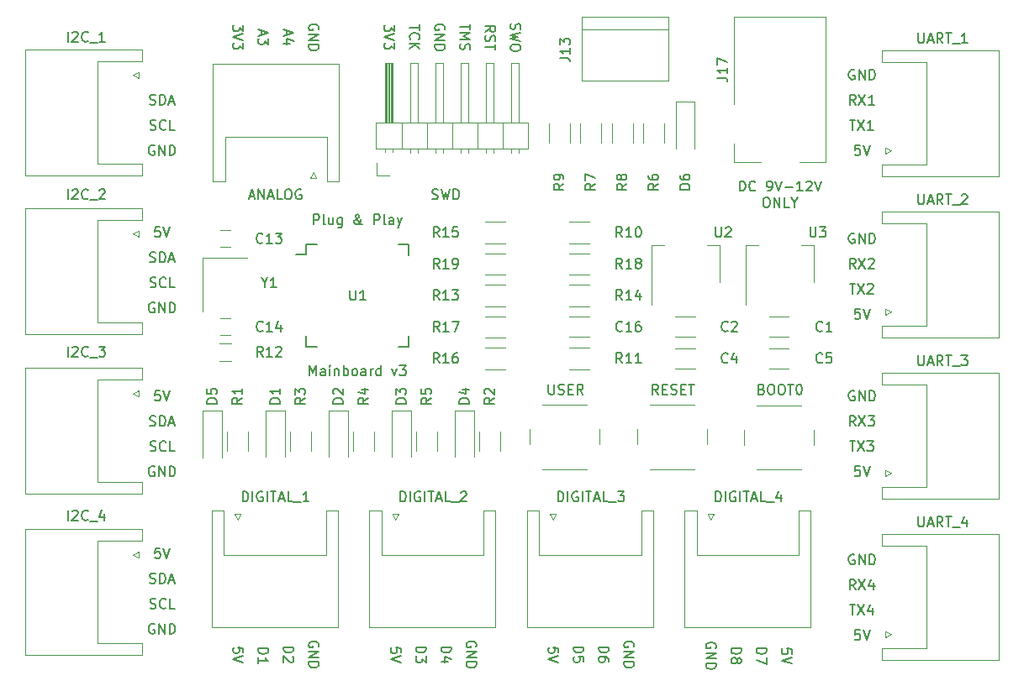
<source format=gbr>
G04 #@! TF.FileFunction,Legend,Top*
%FSLAX46Y46*%
G04 Gerber Fmt 4.6, Leading zero omitted, Abs format (unit mm)*
G04 Created by KiCad (PCBNEW 4.0.7) date Thu Oct  5 08:26:23 2017*
%MOMM*%
%LPD*%
G01*
G04 APERTURE LIST*
%ADD10C,0.100000*%
%ADD11C,0.150000*%
%ADD12C,0.120000*%
G04 APERTURE END LIST*
D10*
D11*
X184658096Y-106180000D02*
X184562858Y-106132381D01*
X184420001Y-106132381D01*
X184277143Y-106180000D01*
X184181905Y-106275238D01*
X184134286Y-106370476D01*
X184086667Y-106560952D01*
X184086667Y-106703810D01*
X184134286Y-106894286D01*
X184181905Y-106989524D01*
X184277143Y-107084762D01*
X184420001Y-107132381D01*
X184515239Y-107132381D01*
X184658096Y-107084762D01*
X184705715Y-107037143D01*
X184705715Y-106703810D01*
X184515239Y-106703810D01*
X185134286Y-107132381D02*
X185134286Y-106132381D01*
X185705715Y-107132381D01*
X185705715Y-106132381D01*
X186181905Y-107132381D02*
X186181905Y-106132381D01*
X186420000Y-106132381D01*
X186562858Y-106180000D01*
X186658096Y-106275238D01*
X186705715Y-106370476D01*
X186753334Y-106560952D01*
X186753334Y-106703810D01*
X186705715Y-106894286D01*
X186658096Y-106989524D01*
X186562858Y-107084762D01*
X186420000Y-107132381D01*
X186181905Y-107132381D01*
X185229524Y-113752381D02*
X184753333Y-113752381D01*
X184705714Y-114228571D01*
X184753333Y-114180952D01*
X184848571Y-114133333D01*
X185086667Y-114133333D01*
X185181905Y-114180952D01*
X185229524Y-114228571D01*
X185277143Y-114323810D01*
X185277143Y-114561905D01*
X185229524Y-114657143D01*
X185181905Y-114704762D01*
X185086667Y-114752381D01*
X184848571Y-114752381D01*
X184753333Y-114704762D01*
X184705714Y-114657143D01*
X185562857Y-113752381D02*
X185896190Y-114752381D01*
X186229524Y-113752381D01*
X184181905Y-111212381D02*
X184753334Y-111212381D01*
X184467619Y-112212381D02*
X184467619Y-111212381D01*
X184991429Y-111212381D02*
X185658096Y-112212381D01*
X185658096Y-111212381D02*
X184991429Y-112212381D01*
X185943810Y-111212381D02*
X186562858Y-111212381D01*
X186229524Y-111593333D01*
X186372382Y-111593333D01*
X186467620Y-111640952D01*
X186515239Y-111688571D01*
X186562858Y-111783810D01*
X186562858Y-112021905D01*
X186515239Y-112117143D01*
X186467620Y-112164762D01*
X186372382Y-112212381D01*
X186086667Y-112212381D01*
X185991429Y-112164762D01*
X185943810Y-112117143D01*
X184777143Y-109672381D02*
X184443809Y-109196190D01*
X184205714Y-109672381D02*
X184205714Y-108672381D01*
X184586667Y-108672381D01*
X184681905Y-108720000D01*
X184729524Y-108767619D01*
X184777143Y-108862857D01*
X184777143Y-109005714D01*
X184729524Y-109100952D01*
X184681905Y-109148571D01*
X184586667Y-109196190D01*
X184205714Y-109196190D01*
X185110476Y-108672381D02*
X185777143Y-109672381D01*
X185777143Y-108672381D02*
X185110476Y-109672381D01*
X186062857Y-108672381D02*
X186681905Y-108672381D01*
X186348571Y-109053333D01*
X186491429Y-109053333D01*
X186586667Y-109100952D01*
X186634286Y-109148571D01*
X186681905Y-109243810D01*
X186681905Y-109481905D01*
X186634286Y-109577143D01*
X186586667Y-109624762D01*
X186491429Y-109672381D01*
X186205714Y-109672381D01*
X186110476Y-109624762D01*
X186062857Y-109577143D01*
X185229524Y-97877381D02*
X184753333Y-97877381D01*
X184705714Y-98353571D01*
X184753333Y-98305952D01*
X184848571Y-98258333D01*
X185086667Y-98258333D01*
X185181905Y-98305952D01*
X185229524Y-98353571D01*
X185277143Y-98448810D01*
X185277143Y-98686905D01*
X185229524Y-98782143D01*
X185181905Y-98829762D01*
X185086667Y-98877381D01*
X184848571Y-98877381D01*
X184753333Y-98829762D01*
X184705714Y-98782143D01*
X185562857Y-97877381D02*
X185896190Y-98877381D01*
X186229524Y-97877381D01*
X184777143Y-126182381D02*
X184443809Y-125706190D01*
X184205714Y-126182381D02*
X184205714Y-125182381D01*
X184586667Y-125182381D01*
X184681905Y-125230000D01*
X184729524Y-125277619D01*
X184777143Y-125372857D01*
X184777143Y-125515714D01*
X184729524Y-125610952D01*
X184681905Y-125658571D01*
X184586667Y-125706190D01*
X184205714Y-125706190D01*
X185110476Y-125182381D02*
X185777143Y-126182381D01*
X185777143Y-125182381D02*
X185110476Y-126182381D01*
X186586667Y-125515714D02*
X186586667Y-126182381D01*
X186348571Y-125134762D02*
X186110476Y-125849048D01*
X186729524Y-125849048D01*
X184658096Y-122690000D02*
X184562858Y-122642381D01*
X184420001Y-122642381D01*
X184277143Y-122690000D01*
X184181905Y-122785238D01*
X184134286Y-122880476D01*
X184086667Y-123070952D01*
X184086667Y-123213810D01*
X184134286Y-123404286D01*
X184181905Y-123499524D01*
X184277143Y-123594762D01*
X184420001Y-123642381D01*
X184515239Y-123642381D01*
X184658096Y-123594762D01*
X184705715Y-123547143D01*
X184705715Y-123213810D01*
X184515239Y-123213810D01*
X185134286Y-123642381D02*
X185134286Y-122642381D01*
X185705715Y-123642381D01*
X185705715Y-122642381D01*
X186181905Y-123642381D02*
X186181905Y-122642381D01*
X186420000Y-122642381D01*
X186562858Y-122690000D01*
X186658096Y-122785238D01*
X186705715Y-122880476D01*
X186753334Y-123070952D01*
X186753334Y-123213810D01*
X186705715Y-123404286D01*
X186658096Y-123499524D01*
X186562858Y-123594762D01*
X186420000Y-123642381D01*
X186181905Y-123642381D01*
X184181905Y-127722381D02*
X184753334Y-127722381D01*
X184467619Y-128722381D02*
X184467619Y-127722381D01*
X184991429Y-127722381D02*
X185658096Y-128722381D01*
X185658096Y-127722381D02*
X184991429Y-128722381D01*
X186467620Y-128055714D02*
X186467620Y-128722381D01*
X186229524Y-127674762D02*
X185991429Y-128389048D01*
X186610477Y-128389048D01*
X185229524Y-130262381D02*
X184753333Y-130262381D01*
X184705714Y-130738571D01*
X184753333Y-130690952D01*
X184848571Y-130643333D01*
X185086667Y-130643333D01*
X185181905Y-130690952D01*
X185229524Y-130738571D01*
X185277143Y-130833810D01*
X185277143Y-131071905D01*
X185229524Y-131167143D01*
X185181905Y-131214762D01*
X185086667Y-131262381D01*
X184848571Y-131262381D01*
X184753333Y-131214762D01*
X184705714Y-131167143D01*
X185562857Y-130262381D02*
X185896190Y-131262381D01*
X186229524Y-130262381D01*
X114173096Y-129675000D02*
X114077858Y-129627381D01*
X113935001Y-129627381D01*
X113792143Y-129675000D01*
X113696905Y-129770238D01*
X113649286Y-129865476D01*
X113601667Y-130055952D01*
X113601667Y-130198810D01*
X113649286Y-130389286D01*
X113696905Y-130484524D01*
X113792143Y-130579762D01*
X113935001Y-130627381D01*
X114030239Y-130627381D01*
X114173096Y-130579762D01*
X114220715Y-130532143D01*
X114220715Y-130198810D01*
X114030239Y-130198810D01*
X114649286Y-130627381D02*
X114649286Y-129627381D01*
X115220715Y-130627381D01*
X115220715Y-129627381D01*
X115696905Y-130627381D02*
X115696905Y-129627381D01*
X115935000Y-129627381D01*
X116077858Y-129675000D01*
X116173096Y-129770238D01*
X116220715Y-129865476D01*
X116268334Y-130055952D01*
X116268334Y-130198810D01*
X116220715Y-130389286D01*
X116173096Y-130484524D01*
X116077858Y-130579762D01*
X115935000Y-130627381D01*
X115696905Y-130627381D01*
X113720714Y-125499762D02*
X113863571Y-125547381D01*
X114101667Y-125547381D01*
X114196905Y-125499762D01*
X114244524Y-125452143D01*
X114292143Y-125356905D01*
X114292143Y-125261667D01*
X114244524Y-125166429D01*
X114196905Y-125118810D01*
X114101667Y-125071190D01*
X113911190Y-125023571D01*
X113815952Y-124975952D01*
X113768333Y-124928333D01*
X113720714Y-124833095D01*
X113720714Y-124737857D01*
X113768333Y-124642619D01*
X113815952Y-124595000D01*
X113911190Y-124547381D01*
X114149286Y-124547381D01*
X114292143Y-124595000D01*
X114720714Y-125547381D02*
X114720714Y-124547381D01*
X114958809Y-124547381D01*
X115101667Y-124595000D01*
X115196905Y-124690238D01*
X115244524Y-124785476D01*
X115292143Y-124975952D01*
X115292143Y-125118810D01*
X115244524Y-125309286D01*
X115196905Y-125404524D01*
X115101667Y-125499762D01*
X114958809Y-125547381D01*
X114720714Y-125547381D01*
X115673095Y-125261667D02*
X116149286Y-125261667D01*
X115577857Y-125547381D02*
X115911190Y-124547381D01*
X116244524Y-125547381D01*
X114744524Y-122007381D02*
X114268333Y-122007381D01*
X114220714Y-122483571D01*
X114268333Y-122435952D01*
X114363571Y-122388333D01*
X114601667Y-122388333D01*
X114696905Y-122435952D01*
X114744524Y-122483571D01*
X114792143Y-122578810D01*
X114792143Y-122816905D01*
X114744524Y-122912143D01*
X114696905Y-122959762D01*
X114601667Y-123007381D01*
X114363571Y-123007381D01*
X114268333Y-122959762D01*
X114220714Y-122912143D01*
X115077857Y-122007381D02*
X115411190Y-123007381D01*
X115744524Y-122007381D01*
X113744524Y-128039762D02*
X113887381Y-128087381D01*
X114125477Y-128087381D01*
X114220715Y-128039762D01*
X114268334Y-127992143D01*
X114315953Y-127896905D01*
X114315953Y-127801667D01*
X114268334Y-127706429D01*
X114220715Y-127658810D01*
X114125477Y-127611190D01*
X113935000Y-127563571D01*
X113839762Y-127515952D01*
X113792143Y-127468333D01*
X113744524Y-127373095D01*
X113744524Y-127277857D01*
X113792143Y-127182619D01*
X113839762Y-127135000D01*
X113935000Y-127087381D01*
X114173096Y-127087381D01*
X114315953Y-127135000D01*
X115315953Y-127992143D02*
X115268334Y-128039762D01*
X115125477Y-128087381D01*
X115030239Y-128087381D01*
X114887381Y-128039762D01*
X114792143Y-127944524D01*
X114744524Y-127849286D01*
X114696905Y-127658810D01*
X114696905Y-127515952D01*
X114744524Y-127325476D01*
X114792143Y-127230238D01*
X114887381Y-127135000D01*
X115030239Y-127087381D01*
X115125477Y-127087381D01*
X115268334Y-127135000D01*
X115315953Y-127182619D01*
X116220715Y-128087381D02*
X115744524Y-128087381D01*
X115744524Y-127087381D01*
X114173096Y-113800000D02*
X114077858Y-113752381D01*
X113935001Y-113752381D01*
X113792143Y-113800000D01*
X113696905Y-113895238D01*
X113649286Y-113990476D01*
X113601667Y-114180952D01*
X113601667Y-114323810D01*
X113649286Y-114514286D01*
X113696905Y-114609524D01*
X113792143Y-114704762D01*
X113935001Y-114752381D01*
X114030239Y-114752381D01*
X114173096Y-114704762D01*
X114220715Y-114657143D01*
X114220715Y-114323810D01*
X114030239Y-114323810D01*
X114649286Y-114752381D02*
X114649286Y-113752381D01*
X115220715Y-114752381D01*
X115220715Y-113752381D01*
X115696905Y-114752381D02*
X115696905Y-113752381D01*
X115935000Y-113752381D01*
X116077858Y-113800000D01*
X116173096Y-113895238D01*
X116220715Y-113990476D01*
X116268334Y-114180952D01*
X116268334Y-114323810D01*
X116220715Y-114514286D01*
X116173096Y-114609524D01*
X116077858Y-114704762D01*
X115935000Y-114752381D01*
X115696905Y-114752381D01*
X113744524Y-112164762D02*
X113887381Y-112212381D01*
X114125477Y-112212381D01*
X114220715Y-112164762D01*
X114268334Y-112117143D01*
X114315953Y-112021905D01*
X114315953Y-111926667D01*
X114268334Y-111831429D01*
X114220715Y-111783810D01*
X114125477Y-111736190D01*
X113935000Y-111688571D01*
X113839762Y-111640952D01*
X113792143Y-111593333D01*
X113744524Y-111498095D01*
X113744524Y-111402857D01*
X113792143Y-111307619D01*
X113839762Y-111260000D01*
X113935000Y-111212381D01*
X114173096Y-111212381D01*
X114315953Y-111260000D01*
X115315953Y-112117143D02*
X115268334Y-112164762D01*
X115125477Y-112212381D01*
X115030239Y-112212381D01*
X114887381Y-112164762D01*
X114792143Y-112069524D01*
X114744524Y-111974286D01*
X114696905Y-111783810D01*
X114696905Y-111640952D01*
X114744524Y-111450476D01*
X114792143Y-111355238D01*
X114887381Y-111260000D01*
X115030239Y-111212381D01*
X115125477Y-111212381D01*
X115268334Y-111260000D01*
X115315953Y-111307619D01*
X116220715Y-112212381D02*
X115744524Y-112212381D01*
X115744524Y-111212381D01*
X114744524Y-106132381D02*
X114268333Y-106132381D01*
X114220714Y-106608571D01*
X114268333Y-106560952D01*
X114363571Y-106513333D01*
X114601667Y-106513333D01*
X114696905Y-106560952D01*
X114744524Y-106608571D01*
X114792143Y-106703810D01*
X114792143Y-106941905D01*
X114744524Y-107037143D01*
X114696905Y-107084762D01*
X114601667Y-107132381D01*
X114363571Y-107132381D01*
X114268333Y-107084762D01*
X114220714Y-107037143D01*
X115077857Y-106132381D02*
X115411190Y-107132381D01*
X115744524Y-106132381D01*
X113720714Y-109624762D02*
X113863571Y-109672381D01*
X114101667Y-109672381D01*
X114196905Y-109624762D01*
X114244524Y-109577143D01*
X114292143Y-109481905D01*
X114292143Y-109386667D01*
X114244524Y-109291429D01*
X114196905Y-109243810D01*
X114101667Y-109196190D01*
X113911190Y-109148571D01*
X113815952Y-109100952D01*
X113768333Y-109053333D01*
X113720714Y-108958095D01*
X113720714Y-108862857D01*
X113768333Y-108767619D01*
X113815952Y-108720000D01*
X113911190Y-108672381D01*
X114149286Y-108672381D01*
X114292143Y-108720000D01*
X114720714Y-109672381D02*
X114720714Y-108672381D01*
X114958809Y-108672381D01*
X115101667Y-108720000D01*
X115196905Y-108815238D01*
X115244524Y-108910476D01*
X115292143Y-109100952D01*
X115292143Y-109243810D01*
X115244524Y-109434286D01*
X115196905Y-109529524D01*
X115101667Y-109624762D01*
X114958809Y-109672381D01*
X114720714Y-109672381D01*
X115673095Y-109386667D02*
X116149286Y-109386667D01*
X115577857Y-109672381D02*
X115911190Y-108672381D01*
X116244524Y-109672381D01*
X114173096Y-97290000D02*
X114077858Y-97242381D01*
X113935001Y-97242381D01*
X113792143Y-97290000D01*
X113696905Y-97385238D01*
X113649286Y-97480476D01*
X113601667Y-97670952D01*
X113601667Y-97813810D01*
X113649286Y-98004286D01*
X113696905Y-98099524D01*
X113792143Y-98194762D01*
X113935001Y-98242381D01*
X114030239Y-98242381D01*
X114173096Y-98194762D01*
X114220715Y-98147143D01*
X114220715Y-97813810D01*
X114030239Y-97813810D01*
X114649286Y-98242381D02*
X114649286Y-97242381D01*
X115220715Y-98242381D01*
X115220715Y-97242381D01*
X115696905Y-98242381D02*
X115696905Y-97242381D01*
X115935000Y-97242381D01*
X116077858Y-97290000D01*
X116173096Y-97385238D01*
X116220715Y-97480476D01*
X116268334Y-97670952D01*
X116268334Y-97813810D01*
X116220715Y-98004286D01*
X116173096Y-98099524D01*
X116077858Y-98194762D01*
X115935000Y-98242381D01*
X115696905Y-98242381D01*
X113744524Y-95654762D02*
X113887381Y-95702381D01*
X114125477Y-95702381D01*
X114220715Y-95654762D01*
X114268334Y-95607143D01*
X114315953Y-95511905D01*
X114315953Y-95416667D01*
X114268334Y-95321429D01*
X114220715Y-95273810D01*
X114125477Y-95226190D01*
X113935000Y-95178571D01*
X113839762Y-95130952D01*
X113792143Y-95083333D01*
X113744524Y-94988095D01*
X113744524Y-94892857D01*
X113792143Y-94797619D01*
X113839762Y-94750000D01*
X113935000Y-94702381D01*
X114173096Y-94702381D01*
X114315953Y-94750000D01*
X115315953Y-95607143D02*
X115268334Y-95654762D01*
X115125477Y-95702381D01*
X115030239Y-95702381D01*
X114887381Y-95654762D01*
X114792143Y-95559524D01*
X114744524Y-95464286D01*
X114696905Y-95273810D01*
X114696905Y-95130952D01*
X114744524Y-94940476D01*
X114792143Y-94845238D01*
X114887381Y-94750000D01*
X115030239Y-94702381D01*
X115125477Y-94702381D01*
X115268334Y-94750000D01*
X115315953Y-94797619D01*
X116220715Y-95702381D02*
X115744524Y-95702381D01*
X115744524Y-94702381D01*
X113720714Y-93114762D02*
X113863571Y-93162381D01*
X114101667Y-93162381D01*
X114196905Y-93114762D01*
X114244524Y-93067143D01*
X114292143Y-92971905D01*
X114292143Y-92876667D01*
X114244524Y-92781429D01*
X114196905Y-92733810D01*
X114101667Y-92686190D01*
X113911190Y-92638571D01*
X113815952Y-92590952D01*
X113768333Y-92543333D01*
X113720714Y-92448095D01*
X113720714Y-92352857D01*
X113768333Y-92257619D01*
X113815952Y-92210000D01*
X113911190Y-92162381D01*
X114149286Y-92162381D01*
X114292143Y-92210000D01*
X114720714Y-93162381D02*
X114720714Y-92162381D01*
X114958809Y-92162381D01*
X115101667Y-92210000D01*
X115196905Y-92305238D01*
X115244524Y-92400476D01*
X115292143Y-92590952D01*
X115292143Y-92733810D01*
X115244524Y-92924286D01*
X115196905Y-93019524D01*
X115101667Y-93114762D01*
X114958809Y-93162381D01*
X114720714Y-93162381D01*
X115673095Y-92876667D02*
X116149286Y-92876667D01*
X115577857Y-93162381D02*
X115911190Y-92162381D01*
X116244524Y-93162381D01*
X114744524Y-89622381D02*
X114268333Y-89622381D01*
X114220714Y-90098571D01*
X114268333Y-90050952D01*
X114363571Y-90003333D01*
X114601667Y-90003333D01*
X114696905Y-90050952D01*
X114744524Y-90098571D01*
X114792143Y-90193810D01*
X114792143Y-90431905D01*
X114744524Y-90527143D01*
X114696905Y-90574762D01*
X114601667Y-90622381D01*
X114363571Y-90622381D01*
X114268333Y-90574762D01*
X114220714Y-90527143D01*
X115077857Y-89622381D02*
X115411190Y-90622381D01*
X115744524Y-89622381D01*
X153860714Y-105497381D02*
X153860714Y-106306905D01*
X153908333Y-106402143D01*
X153955952Y-106449762D01*
X154051190Y-106497381D01*
X154241667Y-106497381D01*
X154336905Y-106449762D01*
X154384524Y-106402143D01*
X154432143Y-106306905D01*
X154432143Y-105497381D01*
X154860714Y-106449762D02*
X155003571Y-106497381D01*
X155241667Y-106497381D01*
X155336905Y-106449762D01*
X155384524Y-106402143D01*
X155432143Y-106306905D01*
X155432143Y-106211667D01*
X155384524Y-106116429D01*
X155336905Y-106068810D01*
X155241667Y-106021190D01*
X155051190Y-105973571D01*
X154955952Y-105925952D01*
X154908333Y-105878333D01*
X154860714Y-105783095D01*
X154860714Y-105687857D01*
X154908333Y-105592619D01*
X154955952Y-105545000D01*
X155051190Y-105497381D01*
X155289286Y-105497381D01*
X155432143Y-105545000D01*
X155860714Y-105973571D02*
X156194048Y-105973571D01*
X156336905Y-106497381D02*
X155860714Y-106497381D01*
X155860714Y-105497381D01*
X156336905Y-105497381D01*
X157336905Y-106497381D02*
X157003571Y-106021190D01*
X156765476Y-106497381D02*
X156765476Y-105497381D01*
X157146429Y-105497381D01*
X157241667Y-105545000D01*
X157289286Y-105592619D01*
X157336905Y-105687857D01*
X157336905Y-105830714D01*
X157289286Y-105925952D01*
X157241667Y-105973571D01*
X157146429Y-106021190D01*
X156765476Y-106021190D01*
X173117381Y-85987381D02*
X173117381Y-84987381D01*
X173355476Y-84987381D01*
X173498334Y-85035000D01*
X173593572Y-85130238D01*
X173641191Y-85225476D01*
X173688810Y-85415952D01*
X173688810Y-85558810D01*
X173641191Y-85749286D01*
X173593572Y-85844524D01*
X173498334Y-85939762D01*
X173355476Y-85987381D01*
X173117381Y-85987381D01*
X174688810Y-85892143D02*
X174641191Y-85939762D01*
X174498334Y-85987381D01*
X174403096Y-85987381D01*
X174260238Y-85939762D01*
X174165000Y-85844524D01*
X174117381Y-85749286D01*
X174069762Y-85558810D01*
X174069762Y-85415952D01*
X174117381Y-85225476D01*
X174165000Y-85130238D01*
X174260238Y-85035000D01*
X174403096Y-84987381D01*
X174498334Y-84987381D01*
X174641191Y-85035000D01*
X174688810Y-85082619D01*
X175926905Y-85987381D02*
X176117381Y-85987381D01*
X176212620Y-85939762D01*
X176260239Y-85892143D01*
X176355477Y-85749286D01*
X176403096Y-85558810D01*
X176403096Y-85177857D01*
X176355477Y-85082619D01*
X176307858Y-85035000D01*
X176212620Y-84987381D01*
X176022143Y-84987381D01*
X175926905Y-85035000D01*
X175879286Y-85082619D01*
X175831667Y-85177857D01*
X175831667Y-85415952D01*
X175879286Y-85511190D01*
X175926905Y-85558810D01*
X176022143Y-85606429D01*
X176212620Y-85606429D01*
X176307858Y-85558810D01*
X176355477Y-85511190D01*
X176403096Y-85415952D01*
X176688810Y-84987381D02*
X177022143Y-85987381D01*
X177355477Y-84987381D01*
X177688810Y-85606429D02*
X178450715Y-85606429D01*
X179450715Y-85987381D02*
X178879286Y-85987381D01*
X179165000Y-85987381D02*
X179165000Y-84987381D01*
X179069762Y-85130238D01*
X178974524Y-85225476D01*
X178879286Y-85273095D01*
X179831667Y-85082619D02*
X179879286Y-85035000D01*
X179974524Y-84987381D01*
X180212620Y-84987381D01*
X180307858Y-85035000D01*
X180355477Y-85082619D01*
X180403096Y-85177857D01*
X180403096Y-85273095D01*
X180355477Y-85415952D01*
X179784048Y-85987381D01*
X180403096Y-85987381D01*
X180688810Y-84987381D02*
X181022143Y-85987381D01*
X181355477Y-84987381D01*
X175712619Y-86637381D02*
X175903096Y-86637381D01*
X175998334Y-86685000D01*
X176093572Y-86780238D01*
X176141191Y-86970714D01*
X176141191Y-87304048D01*
X176093572Y-87494524D01*
X175998334Y-87589762D01*
X175903096Y-87637381D01*
X175712619Y-87637381D01*
X175617381Y-87589762D01*
X175522143Y-87494524D01*
X175474524Y-87304048D01*
X175474524Y-86970714D01*
X175522143Y-86780238D01*
X175617381Y-86685000D01*
X175712619Y-86637381D01*
X176569762Y-87637381D02*
X176569762Y-86637381D01*
X177141191Y-87637381D01*
X177141191Y-86637381D01*
X178093572Y-87637381D02*
X177617381Y-87637381D01*
X177617381Y-86637381D01*
X178617381Y-87161190D02*
X178617381Y-87637381D01*
X178284048Y-86637381D02*
X178617381Y-87161190D01*
X178950715Y-86637381D01*
X129786666Y-104592381D02*
X129786666Y-103592381D01*
X130120000Y-104306667D01*
X130453333Y-103592381D01*
X130453333Y-104592381D01*
X131358095Y-104592381D02*
X131358095Y-104068571D01*
X131310476Y-103973333D01*
X131215238Y-103925714D01*
X131024761Y-103925714D01*
X130929523Y-103973333D01*
X131358095Y-104544762D02*
X131262857Y-104592381D01*
X131024761Y-104592381D01*
X130929523Y-104544762D01*
X130881904Y-104449524D01*
X130881904Y-104354286D01*
X130929523Y-104259048D01*
X131024761Y-104211429D01*
X131262857Y-104211429D01*
X131358095Y-104163810D01*
X131834285Y-104592381D02*
X131834285Y-103925714D01*
X131834285Y-103592381D02*
X131786666Y-103640000D01*
X131834285Y-103687619D01*
X131881904Y-103640000D01*
X131834285Y-103592381D01*
X131834285Y-103687619D01*
X132310475Y-103925714D02*
X132310475Y-104592381D01*
X132310475Y-104020952D02*
X132358094Y-103973333D01*
X132453332Y-103925714D01*
X132596190Y-103925714D01*
X132691428Y-103973333D01*
X132739047Y-104068571D01*
X132739047Y-104592381D01*
X133215237Y-104592381D02*
X133215237Y-103592381D01*
X133215237Y-103973333D02*
X133310475Y-103925714D01*
X133500952Y-103925714D01*
X133596190Y-103973333D01*
X133643809Y-104020952D01*
X133691428Y-104116190D01*
X133691428Y-104401905D01*
X133643809Y-104497143D01*
X133596190Y-104544762D01*
X133500952Y-104592381D01*
X133310475Y-104592381D01*
X133215237Y-104544762D01*
X134262856Y-104592381D02*
X134167618Y-104544762D01*
X134119999Y-104497143D01*
X134072380Y-104401905D01*
X134072380Y-104116190D01*
X134119999Y-104020952D01*
X134167618Y-103973333D01*
X134262856Y-103925714D01*
X134405714Y-103925714D01*
X134500952Y-103973333D01*
X134548571Y-104020952D01*
X134596190Y-104116190D01*
X134596190Y-104401905D01*
X134548571Y-104497143D01*
X134500952Y-104544762D01*
X134405714Y-104592381D01*
X134262856Y-104592381D01*
X135453333Y-104592381D02*
X135453333Y-104068571D01*
X135405714Y-103973333D01*
X135310476Y-103925714D01*
X135119999Y-103925714D01*
X135024761Y-103973333D01*
X135453333Y-104544762D02*
X135358095Y-104592381D01*
X135119999Y-104592381D01*
X135024761Y-104544762D01*
X134977142Y-104449524D01*
X134977142Y-104354286D01*
X135024761Y-104259048D01*
X135119999Y-104211429D01*
X135358095Y-104211429D01*
X135453333Y-104163810D01*
X135929523Y-104592381D02*
X135929523Y-103925714D01*
X135929523Y-104116190D02*
X135977142Y-104020952D01*
X136024761Y-103973333D01*
X136119999Y-103925714D01*
X136215238Y-103925714D01*
X136977143Y-104592381D02*
X136977143Y-103592381D01*
X136977143Y-104544762D02*
X136881905Y-104592381D01*
X136691428Y-104592381D01*
X136596190Y-104544762D01*
X136548571Y-104497143D01*
X136500952Y-104401905D01*
X136500952Y-104116190D01*
X136548571Y-104020952D01*
X136596190Y-103973333D01*
X136691428Y-103925714D01*
X136881905Y-103925714D01*
X136977143Y-103973333D01*
X138120000Y-103925714D02*
X138358095Y-104592381D01*
X138596191Y-103925714D01*
X138881905Y-103592381D02*
X139500953Y-103592381D01*
X139167619Y-103973333D01*
X139310477Y-103973333D01*
X139405715Y-104020952D01*
X139453334Y-104068571D01*
X139500953Y-104163810D01*
X139500953Y-104401905D01*
X139453334Y-104497143D01*
X139405715Y-104544762D01*
X139310477Y-104592381D01*
X139024762Y-104592381D01*
X138929524Y-104544762D01*
X138881905Y-104497143D01*
X142152857Y-86764762D02*
X142295714Y-86812381D01*
X142533810Y-86812381D01*
X142629048Y-86764762D01*
X142676667Y-86717143D01*
X142724286Y-86621905D01*
X142724286Y-86526667D01*
X142676667Y-86431429D01*
X142629048Y-86383810D01*
X142533810Y-86336190D01*
X142343333Y-86288571D01*
X142248095Y-86240952D01*
X142200476Y-86193333D01*
X142152857Y-86098095D01*
X142152857Y-86002857D01*
X142200476Y-85907619D01*
X142248095Y-85860000D01*
X142343333Y-85812381D01*
X142581429Y-85812381D01*
X142724286Y-85860000D01*
X143057619Y-85812381D02*
X143295714Y-86812381D01*
X143486191Y-86098095D01*
X143676667Y-86812381D01*
X143914762Y-85812381D01*
X144295714Y-86812381D02*
X144295714Y-85812381D01*
X144533809Y-85812381D01*
X144676667Y-85860000D01*
X144771905Y-85955238D01*
X144819524Y-86050476D01*
X144867143Y-86240952D01*
X144867143Y-86383810D01*
X144819524Y-86574286D01*
X144771905Y-86669524D01*
X144676667Y-86764762D01*
X144533809Y-86812381D01*
X144295714Y-86812381D01*
X130215237Y-89352381D02*
X130215237Y-88352381D01*
X130596190Y-88352381D01*
X130691428Y-88400000D01*
X130739047Y-88447619D01*
X130786666Y-88542857D01*
X130786666Y-88685714D01*
X130739047Y-88780952D01*
X130691428Y-88828571D01*
X130596190Y-88876190D01*
X130215237Y-88876190D01*
X131358094Y-89352381D02*
X131262856Y-89304762D01*
X131215237Y-89209524D01*
X131215237Y-88352381D01*
X132167619Y-88685714D02*
X132167619Y-89352381D01*
X131739047Y-88685714D02*
X131739047Y-89209524D01*
X131786666Y-89304762D01*
X131881904Y-89352381D01*
X132024762Y-89352381D01*
X132120000Y-89304762D01*
X132167619Y-89257143D01*
X133072381Y-88685714D02*
X133072381Y-89495238D01*
X133024762Y-89590476D01*
X132977143Y-89638095D01*
X132881904Y-89685714D01*
X132739047Y-89685714D01*
X132643809Y-89638095D01*
X133072381Y-89304762D02*
X132977143Y-89352381D01*
X132786666Y-89352381D01*
X132691428Y-89304762D01*
X132643809Y-89257143D01*
X132596190Y-89161905D01*
X132596190Y-88876190D01*
X132643809Y-88780952D01*
X132691428Y-88733333D01*
X132786666Y-88685714D01*
X132977143Y-88685714D01*
X133072381Y-88733333D01*
X135120000Y-89352381D02*
X135072381Y-89352381D01*
X134977143Y-89304762D01*
X134834286Y-89161905D01*
X134596191Y-88876190D01*
X134500952Y-88733333D01*
X134453333Y-88590476D01*
X134453333Y-88495238D01*
X134500952Y-88400000D01*
X134596191Y-88352381D01*
X134643810Y-88352381D01*
X134739048Y-88400000D01*
X134786667Y-88495238D01*
X134786667Y-88542857D01*
X134739048Y-88638095D01*
X134691429Y-88685714D01*
X134405714Y-88876190D01*
X134358095Y-88923810D01*
X134310476Y-89019048D01*
X134310476Y-89161905D01*
X134358095Y-89257143D01*
X134405714Y-89304762D01*
X134500952Y-89352381D01*
X134643810Y-89352381D01*
X134739048Y-89304762D01*
X134786667Y-89257143D01*
X134929524Y-89066667D01*
X134977143Y-88923810D01*
X134977143Y-88828571D01*
X136310476Y-89352381D02*
X136310476Y-88352381D01*
X136691429Y-88352381D01*
X136786667Y-88400000D01*
X136834286Y-88447619D01*
X136881905Y-88542857D01*
X136881905Y-88685714D01*
X136834286Y-88780952D01*
X136786667Y-88828571D01*
X136691429Y-88876190D01*
X136310476Y-88876190D01*
X137453333Y-89352381D02*
X137358095Y-89304762D01*
X137310476Y-89209524D01*
X137310476Y-88352381D01*
X138262858Y-89352381D02*
X138262858Y-88828571D01*
X138215239Y-88733333D01*
X138120001Y-88685714D01*
X137929524Y-88685714D01*
X137834286Y-88733333D01*
X138262858Y-89304762D02*
X138167620Y-89352381D01*
X137929524Y-89352381D01*
X137834286Y-89304762D01*
X137786667Y-89209524D01*
X137786667Y-89114286D01*
X137834286Y-89019048D01*
X137929524Y-88971429D01*
X138167620Y-88971429D01*
X138262858Y-88923810D01*
X138643810Y-88685714D02*
X138881905Y-89352381D01*
X139120001Y-88685714D02*
X138881905Y-89352381D01*
X138786667Y-89590476D01*
X138739048Y-89638095D01*
X138643810Y-89685714D01*
X123745952Y-86526667D02*
X124222143Y-86526667D01*
X123650714Y-86812381D02*
X123984047Y-85812381D01*
X124317381Y-86812381D01*
X124650714Y-86812381D02*
X124650714Y-85812381D01*
X125222143Y-86812381D01*
X125222143Y-85812381D01*
X125650714Y-86526667D02*
X126126905Y-86526667D01*
X125555476Y-86812381D02*
X125888809Y-85812381D01*
X126222143Y-86812381D01*
X127031667Y-86812381D02*
X126555476Y-86812381D01*
X126555476Y-85812381D01*
X127555476Y-85812381D02*
X127745953Y-85812381D01*
X127841191Y-85860000D01*
X127936429Y-85955238D01*
X127984048Y-86145714D01*
X127984048Y-86479048D01*
X127936429Y-86669524D01*
X127841191Y-86764762D01*
X127745953Y-86812381D01*
X127555476Y-86812381D01*
X127460238Y-86764762D01*
X127365000Y-86669524D01*
X127317381Y-86479048D01*
X127317381Y-86145714D01*
X127365000Y-85955238D01*
X127460238Y-85860000D01*
X127555476Y-85812381D01*
X128936429Y-85860000D02*
X128841191Y-85812381D01*
X128698334Y-85812381D01*
X128555476Y-85860000D01*
X128460238Y-85955238D01*
X128412619Y-86050476D01*
X128365000Y-86240952D01*
X128365000Y-86383810D01*
X128412619Y-86574286D01*
X128460238Y-86669524D01*
X128555476Y-86764762D01*
X128698334Y-86812381D01*
X128793572Y-86812381D01*
X128936429Y-86764762D01*
X128984048Y-86717143D01*
X128984048Y-86383810D01*
X128793572Y-86383810D01*
X170680476Y-117292381D02*
X170680476Y-116292381D01*
X170918571Y-116292381D01*
X171061429Y-116340000D01*
X171156667Y-116435238D01*
X171204286Y-116530476D01*
X171251905Y-116720952D01*
X171251905Y-116863810D01*
X171204286Y-117054286D01*
X171156667Y-117149524D01*
X171061429Y-117244762D01*
X170918571Y-117292381D01*
X170680476Y-117292381D01*
X171680476Y-117292381D02*
X171680476Y-116292381D01*
X172680476Y-116340000D02*
X172585238Y-116292381D01*
X172442381Y-116292381D01*
X172299523Y-116340000D01*
X172204285Y-116435238D01*
X172156666Y-116530476D01*
X172109047Y-116720952D01*
X172109047Y-116863810D01*
X172156666Y-117054286D01*
X172204285Y-117149524D01*
X172299523Y-117244762D01*
X172442381Y-117292381D01*
X172537619Y-117292381D01*
X172680476Y-117244762D01*
X172728095Y-117197143D01*
X172728095Y-116863810D01*
X172537619Y-116863810D01*
X173156666Y-117292381D02*
X173156666Y-116292381D01*
X173489999Y-116292381D02*
X174061428Y-116292381D01*
X173775713Y-117292381D02*
X173775713Y-116292381D01*
X174347142Y-117006667D02*
X174823333Y-117006667D01*
X174251904Y-117292381D02*
X174585237Y-116292381D01*
X174918571Y-117292381D01*
X175728095Y-117292381D02*
X175251904Y-117292381D01*
X175251904Y-116292381D01*
X175823333Y-117387619D02*
X176585238Y-117387619D01*
X177251905Y-116625714D02*
X177251905Y-117292381D01*
X177013809Y-116244762D02*
X176775714Y-116959048D01*
X177394762Y-116959048D01*
X154805476Y-117292381D02*
X154805476Y-116292381D01*
X155043571Y-116292381D01*
X155186429Y-116340000D01*
X155281667Y-116435238D01*
X155329286Y-116530476D01*
X155376905Y-116720952D01*
X155376905Y-116863810D01*
X155329286Y-117054286D01*
X155281667Y-117149524D01*
X155186429Y-117244762D01*
X155043571Y-117292381D01*
X154805476Y-117292381D01*
X155805476Y-117292381D02*
X155805476Y-116292381D01*
X156805476Y-116340000D02*
X156710238Y-116292381D01*
X156567381Y-116292381D01*
X156424523Y-116340000D01*
X156329285Y-116435238D01*
X156281666Y-116530476D01*
X156234047Y-116720952D01*
X156234047Y-116863810D01*
X156281666Y-117054286D01*
X156329285Y-117149524D01*
X156424523Y-117244762D01*
X156567381Y-117292381D01*
X156662619Y-117292381D01*
X156805476Y-117244762D01*
X156853095Y-117197143D01*
X156853095Y-116863810D01*
X156662619Y-116863810D01*
X157281666Y-117292381D02*
X157281666Y-116292381D01*
X157614999Y-116292381D02*
X158186428Y-116292381D01*
X157900713Y-117292381D02*
X157900713Y-116292381D01*
X158472142Y-117006667D02*
X158948333Y-117006667D01*
X158376904Y-117292381D02*
X158710237Y-116292381D01*
X159043571Y-117292381D01*
X159853095Y-117292381D02*
X159376904Y-117292381D01*
X159376904Y-116292381D01*
X159948333Y-117387619D02*
X160710238Y-117387619D01*
X160853095Y-116292381D02*
X161472143Y-116292381D01*
X161138809Y-116673333D01*
X161281667Y-116673333D01*
X161376905Y-116720952D01*
X161424524Y-116768571D01*
X161472143Y-116863810D01*
X161472143Y-117101905D01*
X161424524Y-117197143D01*
X161376905Y-117244762D01*
X161281667Y-117292381D01*
X160995952Y-117292381D01*
X160900714Y-117244762D01*
X160853095Y-117197143D01*
X138930476Y-117292381D02*
X138930476Y-116292381D01*
X139168571Y-116292381D01*
X139311429Y-116340000D01*
X139406667Y-116435238D01*
X139454286Y-116530476D01*
X139501905Y-116720952D01*
X139501905Y-116863810D01*
X139454286Y-117054286D01*
X139406667Y-117149524D01*
X139311429Y-117244762D01*
X139168571Y-117292381D01*
X138930476Y-117292381D01*
X139930476Y-117292381D02*
X139930476Y-116292381D01*
X140930476Y-116340000D02*
X140835238Y-116292381D01*
X140692381Y-116292381D01*
X140549523Y-116340000D01*
X140454285Y-116435238D01*
X140406666Y-116530476D01*
X140359047Y-116720952D01*
X140359047Y-116863810D01*
X140406666Y-117054286D01*
X140454285Y-117149524D01*
X140549523Y-117244762D01*
X140692381Y-117292381D01*
X140787619Y-117292381D01*
X140930476Y-117244762D01*
X140978095Y-117197143D01*
X140978095Y-116863810D01*
X140787619Y-116863810D01*
X141406666Y-117292381D02*
X141406666Y-116292381D01*
X141739999Y-116292381D02*
X142311428Y-116292381D01*
X142025713Y-117292381D02*
X142025713Y-116292381D01*
X142597142Y-117006667D02*
X143073333Y-117006667D01*
X142501904Y-117292381D02*
X142835237Y-116292381D01*
X143168571Y-117292381D01*
X143978095Y-117292381D02*
X143501904Y-117292381D01*
X143501904Y-116292381D01*
X144073333Y-117387619D02*
X144835238Y-117387619D01*
X145025714Y-116387619D02*
X145073333Y-116340000D01*
X145168571Y-116292381D01*
X145406667Y-116292381D01*
X145501905Y-116340000D01*
X145549524Y-116387619D01*
X145597143Y-116482857D01*
X145597143Y-116578095D01*
X145549524Y-116720952D01*
X144978095Y-117292381D01*
X145597143Y-117292381D01*
X123055476Y-117292381D02*
X123055476Y-116292381D01*
X123293571Y-116292381D01*
X123436429Y-116340000D01*
X123531667Y-116435238D01*
X123579286Y-116530476D01*
X123626905Y-116720952D01*
X123626905Y-116863810D01*
X123579286Y-117054286D01*
X123531667Y-117149524D01*
X123436429Y-117244762D01*
X123293571Y-117292381D01*
X123055476Y-117292381D01*
X124055476Y-117292381D02*
X124055476Y-116292381D01*
X125055476Y-116340000D02*
X124960238Y-116292381D01*
X124817381Y-116292381D01*
X124674523Y-116340000D01*
X124579285Y-116435238D01*
X124531666Y-116530476D01*
X124484047Y-116720952D01*
X124484047Y-116863810D01*
X124531666Y-117054286D01*
X124579285Y-117149524D01*
X124674523Y-117244762D01*
X124817381Y-117292381D01*
X124912619Y-117292381D01*
X125055476Y-117244762D01*
X125103095Y-117197143D01*
X125103095Y-116863810D01*
X124912619Y-116863810D01*
X125531666Y-117292381D02*
X125531666Y-116292381D01*
X125864999Y-116292381D02*
X126436428Y-116292381D01*
X126150713Y-117292381D02*
X126150713Y-116292381D01*
X126722142Y-117006667D02*
X127198333Y-117006667D01*
X126626904Y-117292381D02*
X126960237Y-116292381D01*
X127293571Y-117292381D01*
X128103095Y-117292381D02*
X127626904Y-117292381D01*
X127626904Y-116292381D01*
X128198333Y-117387619D02*
X128960238Y-117387619D01*
X129722143Y-117292381D02*
X129150714Y-117292381D01*
X129436428Y-117292381D02*
X129436428Y-116292381D01*
X129341190Y-116435238D01*
X129245952Y-116530476D01*
X129150714Y-116578095D01*
X105481667Y-119197381D02*
X105481667Y-118197381D01*
X105910238Y-118292619D02*
X105957857Y-118245000D01*
X106053095Y-118197381D01*
X106291191Y-118197381D01*
X106386429Y-118245000D01*
X106434048Y-118292619D01*
X106481667Y-118387857D01*
X106481667Y-118483095D01*
X106434048Y-118625952D01*
X105862619Y-119197381D01*
X106481667Y-119197381D01*
X107481667Y-119102143D02*
X107434048Y-119149762D01*
X107291191Y-119197381D01*
X107195953Y-119197381D01*
X107053095Y-119149762D01*
X106957857Y-119054524D01*
X106910238Y-118959286D01*
X106862619Y-118768810D01*
X106862619Y-118625952D01*
X106910238Y-118435476D01*
X106957857Y-118340238D01*
X107053095Y-118245000D01*
X107195953Y-118197381D01*
X107291191Y-118197381D01*
X107434048Y-118245000D01*
X107481667Y-118292619D01*
X107672143Y-119292619D02*
X108434048Y-119292619D01*
X109100715Y-118530714D02*
X109100715Y-119197381D01*
X108862619Y-118149762D02*
X108624524Y-118864048D01*
X109243572Y-118864048D01*
X105481667Y-102687381D02*
X105481667Y-101687381D01*
X105910238Y-101782619D02*
X105957857Y-101735000D01*
X106053095Y-101687381D01*
X106291191Y-101687381D01*
X106386429Y-101735000D01*
X106434048Y-101782619D01*
X106481667Y-101877857D01*
X106481667Y-101973095D01*
X106434048Y-102115952D01*
X105862619Y-102687381D01*
X106481667Y-102687381D01*
X107481667Y-102592143D02*
X107434048Y-102639762D01*
X107291191Y-102687381D01*
X107195953Y-102687381D01*
X107053095Y-102639762D01*
X106957857Y-102544524D01*
X106910238Y-102449286D01*
X106862619Y-102258810D01*
X106862619Y-102115952D01*
X106910238Y-101925476D01*
X106957857Y-101830238D01*
X107053095Y-101735000D01*
X107195953Y-101687381D01*
X107291191Y-101687381D01*
X107434048Y-101735000D01*
X107481667Y-101782619D01*
X107672143Y-102782619D02*
X108434048Y-102782619D01*
X108576905Y-101687381D02*
X109195953Y-101687381D01*
X108862619Y-102068333D01*
X109005477Y-102068333D01*
X109100715Y-102115952D01*
X109148334Y-102163571D01*
X109195953Y-102258810D01*
X109195953Y-102496905D01*
X109148334Y-102592143D01*
X109100715Y-102639762D01*
X109005477Y-102687381D01*
X108719762Y-102687381D01*
X108624524Y-102639762D01*
X108576905Y-102592143D01*
X105481667Y-86812381D02*
X105481667Y-85812381D01*
X105910238Y-85907619D02*
X105957857Y-85860000D01*
X106053095Y-85812381D01*
X106291191Y-85812381D01*
X106386429Y-85860000D01*
X106434048Y-85907619D01*
X106481667Y-86002857D01*
X106481667Y-86098095D01*
X106434048Y-86240952D01*
X105862619Y-86812381D01*
X106481667Y-86812381D01*
X107481667Y-86717143D02*
X107434048Y-86764762D01*
X107291191Y-86812381D01*
X107195953Y-86812381D01*
X107053095Y-86764762D01*
X106957857Y-86669524D01*
X106910238Y-86574286D01*
X106862619Y-86383810D01*
X106862619Y-86240952D01*
X106910238Y-86050476D01*
X106957857Y-85955238D01*
X107053095Y-85860000D01*
X107195953Y-85812381D01*
X107291191Y-85812381D01*
X107434048Y-85860000D01*
X107481667Y-85907619D01*
X107672143Y-86907619D02*
X108434048Y-86907619D01*
X108624524Y-85907619D02*
X108672143Y-85860000D01*
X108767381Y-85812381D01*
X109005477Y-85812381D01*
X109100715Y-85860000D01*
X109148334Y-85907619D01*
X109195953Y-86002857D01*
X109195953Y-86098095D01*
X109148334Y-86240952D01*
X108576905Y-86812381D01*
X109195953Y-86812381D01*
X105481667Y-70937381D02*
X105481667Y-69937381D01*
X105910238Y-70032619D02*
X105957857Y-69985000D01*
X106053095Y-69937381D01*
X106291191Y-69937381D01*
X106386429Y-69985000D01*
X106434048Y-70032619D01*
X106481667Y-70127857D01*
X106481667Y-70223095D01*
X106434048Y-70365952D01*
X105862619Y-70937381D01*
X106481667Y-70937381D01*
X107481667Y-70842143D02*
X107434048Y-70889762D01*
X107291191Y-70937381D01*
X107195953Y-70937381D01*
X107053095Y-70889762D01*
X106957857Y-70794524D01*
X106910238Y-70699286D01*
X106862619Y-70508810D01*
X106862619Y-70365952D01*
X106910238Y-70175476D01*
X106957857Y-70080238D01*
X107053095Y-69985000D01*
X107195953Y-69937381D01*
X107291191Y-69937381D01*
X107434048Y-69985000D01*
X107481667Y-70032619D01*
X107672143Y-71032619D02*
X108434048Y-71032619D01*
X109195953Y-70937381D02*
X108624524Y-70937381D01*
X108910238Y-70937381D02*
X108910238Y-69937381D01*
X108815000Y-70080238D01*
X108719762Y-70175476D01*
X108624524Y-70223095D01*
X191095619Y-118832381D02*
X191095619Y-119641905D01*
X191143238Y-119737143D01*
X191190857Y-119784762D01*
X191286095Y-119832381D01*
X191476572Y-119832381D01*
X191571810Y-119784762D01*
X191619429Y-119737143D01*
X191667048Y-119641905D01*
X191667048Y-118832381D01*
X192095619Y-119546667D02*
X192571810Y-119546667D01*
X192000381Y-119832381D02*
X192333714Y-118832381D01*
X192667048Y-119832381D01*
X193571810Y-119832381D02*
X193238476Y-119356190D01*
X193000381Y-119832381D02*
X193000381Y-118832381D01*
X193381334Y-118832381D01*
X193476572Y-118880000D01*
X193524191Y-118927619D01*
X193571810Y-119022857D01*
X193571810Y-119165714D01*
X193524191Y-119260952D01*
X193476572Y-119308571D01*
X193381334Y-119356190D01*
X193000381Y-119356190D01*
X193857524Y-118832381D02*
X194428953Y-118832381D01*
X194143238Y-119832381D02*
X194143238Y-118832381D01*
X194524191Y-119927619D02*
X195286096Y-119927619D01*
X195952763Y-119165714D02*
X195952763Y-119832381D01*
X195714667Y-118784762D02*
X195476572Y-119499048D01*
X196095620Y-119499048D01*
X191095619Y-102576381D02*
X191095619Y-103385905D01*
X191143238Y-103481143D01*
X191190857Y-103528762D01*
X191286095Y-103576381D01*
X191476572Y-103576381D01*
X191571810Y-103528762D01*
X191619429Y-103481143D01*
X191667048Y-103385905D01*
X191667048Y-102576381D01*
X192095619Y-103290667D02*
X192571810Y-103290667D01*
X192000381Y-103576381D02*
X192333714Y-102576381D01*
X192667048Y-103576381D01*
X193571810Y-103576381D02*
X193238476Y-103100190D01*
X193000381Y-103576381D02*
X193000381Y-102576381D01*
X193381334Y-102576381D01*
X193476572Y-102624000D01*
X193524191Y-102671619D01*
X193571810Y-102766857D01*
X193571810Y-102909714D01*
X193524191Y-103004952D01*
X193476572Y-103052571D01*
X193381334Y-103100190D01*
X193000381Y-103100190D01*
X193857524Y-102576381D02*
X194428953Y-102576381D01*
X194143238Y-103576381D02*
X194143238Y-102576381D01*
X194524191Y-103671619D02*
X195286096Y-103671619D01*
X195428953Y-102576381D02*
X196048001Y-102576381D01*
X195714667Y-102957333D01*
X195857525Y-102957333D01*
X195952763Y-103004952D01*
X196000382Y-103052571D01*
X196048001Y-103147810D01*
X196048001Y-103385905D01*
X196000382Y-103481143D01*
X195952763Y-103528762D01*
X195857525Y-103576381D01*
X195571810Y-103576381D01*
X195476572Y-103528762D01*
X195428953Y-103481143D01*
X191095619Y-86320381D02*
X191095619Y-87129905D01*
X191143238Y-87225143D01*
X191190857Y-87272762D01*
X191286095Y-87320381D01*
X191476572Y-87320381D01*
X191571810Y-87272762D01*
X191619429Y-87225143D01*
X191667048Y-87129905D01*
X191667048Y-86320381D01*
X192095619Y-87034667D02*
X192571810Y-87034667D01*
X192000381Y-87320381D02*
X192333714Y-86320381D01*
X192667048Y-87320381D01*
X193571810Y-87320381D02*
X193238476Y-86844190D01*
X193000381Y-87320381D02*
X193000381Y-86320381D01*
X193381334Y-86320381D01*
X193476572Y-86368000D01*
X193524191Y-86415619D01*
X193571810Y-86510857D01*
X193571810Y-86653714D01*
X193524191Y-86748952D01*
X193476572Y-86796571D01*
X193381334Y-86844190D01*
X193000381Y-86844190D01*
X193857524Y-86320381D02*
X194428953Y-86320381D01*
X194143238Y-87320381D02*
X194143238Y-86320381D01*
X194524191Y-87415619D02*
X195286096Y-87415619D01*
X195476572Y-86415619D02*
X195524191Y-86368000D01*
X195619429Y-86320381D01*
X195857525Y-86320381D01*
X195952763Y-86368000D01*
X196000382Y-86415619D01*
X196048001Y-86510857D01*
X196048001Y-86606095D01*
X196000382Y-86748952D01*
X195428953Y-87320381D01*
X196048001Y-87320381D01*
X191095619Y-70064381D02*
X191095619Y-70873905D01*
X191143238Y-70969143D01*
X191190857Y-71016762D01*
X191286095Y-71064381D01*
X191476572Y-71064381D01*
X191571810Y-71016762D01*
X191619429Y-70969143D01*
X191667048Y-70873905D01*
X191667048Y-70064381D01*
X192095619Y-70778667D02*
X192571810Y-70778667D01*
X192000381Y-71064381D02*
X192333714Y-70064381D01*
X192667048Y-71064381D01*
X193571810Y-71064381D02*
X193238476Y-70588190D01*
X193000381Y-71064381D02*
X193000381Y-70064381D01*
X193381334Y-70064381D01*
X193476572Y-70112000D01*
X193524191Y-70159619D01*
X193571810Y-70254857D01*
X193571810Y-70397714D01*
X193524191Y-70492952D01*
X193476572Y-70540571D01*
X193381334Y-70588190D01*
X193000381Y-70588190D01*
X193857524Y-70064381D02*
X194428953Y-70064381D01*
X194143238Y-71064381D02*
X194143238Y-70064381D01*
X194524191Y-71159619D02*
X195286096Y-71159619D01*
X196048001Y-71064381D02*
X195476572Y-71064381D01*
X195762286Y-71064381D02*
X195762286Y-70064381D01*
X195667048Y-70207238D01*
X195571810Y-70302476D01*
X195476572Y-70350095D01*
X175331667Y-105973571D02*
X175474524Y-106021190D01*
X175522143Y-106068810D01*
X175569762Y-106164048D01*
X175569762Y-106306905D01*
X175522143Y-106402143D01*
X175474524Y-106449762D01*
X175379286Y-106497381D01*
X174998333Y-106497381D01*
X174998333Y-105497381D01*
X175331667Y-105497381D01*
X175426905Y-105545000D01*
X175474524Y-105592619D01*
X175522143Y-105687857D01*
X175522143Y-105783095D01*
X175474524Y-105878333D01*
X175426905Y-105925952D01*
X175331667Y-105973571D01*
X174998333Y-105973571D01*
X176188809Y-105497381D02*
X176379286Y-105497381D01*
X176474524Y-105545000D01*
X176569762Y-105640238D01*
X176617381Y-105830714D01*
X176617381Y-106164048D01*
X176569762Y-106354524D01*
X176474524Y-106449762D01*
X176379286Y-106497381D01*
X176188809Y-106497381D01*
X176093571Y-106449762D01*
X175998333Y-106354524D01*
X175950714Y-106164048D01*
X175950714Y-105830714D01*
X175998333Y-105640238D01*
X176093571Y-105545000D01*
X176188809Y-105497381D01*
X177236428Y-105497381D02*
X177426905Y-105497381D01*
X177522143Y-105545000D01*
X177617381Y-105640238D01*
X177665000Y-105830714D01*
X177665000Y-106164048D01*
X177617381Y-106354524D01*
X177522143Y-106449762D01*
X177426905Y-106497381D01*
X177236428Y-106497381D01*
X177141190Y-106449762D01*
X177045952Y-106354524D01*
X176998333Y-106164048D01*
X176998333Y-105830714D01*
X177045952Y-105640238D01*
X177141190Y-105545000D01*
X177236428Y-105497381D01*
X177950714Y-105497381D02*
X178522143Y-105497381D01*
X178236428Y-106497381D02*
X178236428Y-105497381D01*
X179045952Y-105497381D02*
X179141191Y-105497381D01*
X179236429Y-105545000D01*
X179284048Y-105592619D01*
X179331667Y-105687857D01*
X179379286Y-105878333D01*
X179379286Y-106116429D01*
X179331667Y-106306905D01*
X179284048Y-106402143D01*
X179236429Y-106449762D01*
X179141191Y-106497381D01*
X179045952Y-106497381D01*
X178950714Y-106449762D01*
X178903095Y-106402143D01*
X178855476Y-106306905D01*
X178807857Y-106116429D01*
X178807857Y-105878333D01*
X178855476Y-105687857D01*
X178903095Y-105592619D01*
X178950714Y-105545000D01*
X179045952Y-105497381D01*
X164917619Y-106497381D02*
X164584285Y-106021190D01*
X164346190Y-106497381D02*
X164346190Y-105497381D01*
X164727143Y-105497381D01*
X164822381Y-105545000D01*
X164870000Y-105592619D01*
X164917619Y-105687857D01*
X164917619Y-105830714D01*
X164870000Y-105925952D01*
X164822381Y-105973571D01*
X164727143Y-106021190D01*
X164346190Y-106021190D01*
X165346190Y-105973571D02*
X165679524Y-105973571D01*
X165822381Y-106497381D02*
X165346190Y-106497381D01*
X165346190Y-105497381D01*
X165822381Y-105497381D01*
X166203333Y-106449762D02*
X166346190Y-106497381D01*
X166584286Y-106497381D01*
X166679524Y-106449762D01*
X166727143Y-106402143D01*
X166774762Y-106306905D01*
X166774762Y-106211667D01*
X166727143Y-106116429D01*
X166679524Y-106068810D01*
X166584286Y-106021190D01*
X166393809Y-105973571D01*
X166298571Y-105925952D01*
X166250952Y-105878333D01*
X166203333Y-105783095D01*
X166203333Y-105687857D01*
X166250952Y-105592619D01*
X166298571Y-105545000D01*
X166393809Y-105497381D01*
X166631905Y-105497381D01*
X166774762Y-105545000D01*
X167203333Y-105973571D02*
X167536667Y-105973571D01*
X167679524Y-106497381D02*
X167203333Y-106497381D01*
X167203333Y-105497381D01*
X167679524Y-105497381D01*
X167965238Y-105497381D02*
X168536667Y-105497381D01*
X168250952Y-106497381D02*
X168250952Y-105497381D01*
X147502619Y-69937381D02*
X147978810Y-69604047D01*
X147502619Y-69365952D02*
X148502619Y-69365952D01*
X148502619Y-69746905D01*
X148455000Y-69842143D01*
X148407381Y-69889762D01*
X148312143Y-69937381D01*
X148169286Y-69937381D01*
X148074048Y-69889762D01*
X148026429Y-69842143D01*
X147978810Y-69746905D01*
X147978810Y-69365952D01*
X147550238Y-70318333D02*
X147502619Y-70461190D01*
X147502619Y-70699286D01*
X147550238Y-70794524D01*
X147597857Y-70842143D01*
X147693095Y-70889762D01*
X147788333Y-70889762D01*
X147883571Y-70842143D01*
X147931190Y-70794524D01*
X147978810Y-70699286D01*
X148026429Y-70508809D01*
X148074048Y-70413571D01*
X148121667Y-70365952D01*
X148216905Y-70318333D01*
X148312143Y-70318333D01*
X148407381Y-70365952D01*
X148455000Y-70413571D01*
X148502619Y-70508809D01*
X148502619Y-70746905D01*
X148455000Y-70889762D01*
X148502619Y-71175476D02*
X148502619Y-71746905D01*
X147502619Y-71461190D02*
X148502619Y-71461190D01*
X150090238Y-69104048D02*
X150042619Y-69246905D01*
X150042619Y-69485001D01*
X150090238Y-69580239D01*
X150137857Y-69627858D01*
X150233095Y-69675477D01*
X150328333Y-69675477D01*
X150423571Y-69627858D01*
X150471190Y-69580239D01*
X150518810Y-69485001D01*
X150566429Y-69294524D01*
X150614048Y-69199286D01*
X150661667Y-69151667D01*
X150756905Y-69104048D01*
X150852143Y-69104048D01*
X150947381Y-69151667D01*
X150995000Y-69199286D01*
X151042619Y-69294524D01*
X151042619Y-69532620D01*
X150995000Y-69675477D01*
X151042619Y-70008810D02*
X150042619Y-70246905D01*
X150756905Y-70437382D01*
X150042619Y-70627858D01*
X151042619Y-70865953D01*
X151042619Y-71437381D02*
X151042619Y-71627858D01*
X150995000Y-71723096D01*
X150899762Y-71818334D01*
X150709286Y-71865953D01*
X150375952Y-71865953D01*
X150185476Y-71818334D01*
X150090238Y-71723096D01*
X150042619Y-71627858D01*
X150042619Y-71437381D01*
X150090238Y-71342143D01*
X150185476Y-71246905D01*
X150375952Y-71199286D01*
X150709286Y-71199286D01*
X150899762Y-71246905D01*
X150995000Y-71342143D01*
X151042619Y-71437381D01*
X145962619Y-69151667D02*
X145962619Y-69723096D01*
X144962619Y-69437381D02*
X145962619Y-69437381D01*
X144962619Y-70056429D02*
X145962619Y-70056429D01*
X145248333Y-70389763D01*
X145962619Y-70723096D01*
X144962619Y-70723096D01*
X145010238Y-71151667D02*
X144962619Y-71294524D01*
X144962619Y-71532620D01*
X145010238Y-71627858D01*
X145057857Y-71675477D01*
X145153095Y-71723096D01*
X145248333Y-71723096D01*
X145343571Y-71675477D01*
X145391190Y-71627858D01*
X145438810Y-71532620D01*
X145486429Y-71342143D01*
X145534048Y-71246905D01*
X145581667Y-71199286D01*
X145676905Y-71151667D01*
X145772143Y-71151667D01*
X145867381Y-71199286D01*
X145915000Y-71246905D01*
X145962619Y-71342143D01*
X145962619Y-71580239D01*
X145915000Y-71723096D01*
X143375000Y-69723096D02*
X143422619Y-69627858D01*
X143422619Y-69485001D01*
X143375000Y-69342143D01*
X143279762Y-69246905D01*
X143184524Y-69199286D01*
X142994048Y-69151667D01*
X142851190Y-69151667D01*
X142660714Y-69199286D01*
X142565476Y-69246905D01*
X142470238Y-69342143D01*
X142422619Y-69485001D01*
X142422619Y-69580239D01*
X142470238Y-69723096D01*
X142517857Y-69770715D01*
X142851190Y-69770715D01*
X142851190Y-69580239D01*
X142422619Y-70199286D02*
X143422619Y-70199286D01*
X142422619Y-70770715D01*
X143422619Y-70770715D01*
X142422619Y-71246905D02*
X143422619Y-71246905D01*
X143422619Y-71485000D01*
X143375000Y-71627858D01*
X143279762Y-71723096D01*
X143184524Y-71770715D01*
X142994048Y-71818334D01*
X142851190Y-71818334D01*
X142660714Y-71770715D01*
X142565476Y-71723096D01*
X142470238Y-71627858D01*
X142422619Y-71485000D01*
X142422619Y-71246905D01*
X140882619Y-69199286D02*
X140882619Y-69770715D01*
X139882619Y-69485000D02*
X140882619Y-69485000D01*
X139977857Y-70675477D02*
X139930238Y-70627858D01*
X139882619Y-70485001D01*
X139882619Y-70389763D01*
X139930238Y-70246905D01*
X140025476Y-70151667D01*
X140120714Y-70104048D01*
X140311190Y-70056429D01*
X140454048Y-70056429D01*
X140644524Y-70104048D01*
X140739762Y-70151667D01*
X140835000Y-70246905D01*
X140882619Y-70389763D01*
X140882619Y-70485001D01*
X140835000Y-70627858D01*
X140787381Y-70675477D01*
X139882619Y-71104048D02*
X140882619Y-71104048D01*
X139882619Y-71675477D02*
X140454048Y-71246905D01*
X140882619Y-71675477D02*
X140311190Y-71104048D01*
X138342619Y-69246905D02*
X138342619Y-69865953D01*
X137961667Y-69532619D01*
X137961667Y-69675477D01*
X137914048Y-69770715D01*
X137866429Y-69818334D01*
X137771190Y-69865953D01*
X137533095Y-69865953D01*
X137437857Y-69818334D01*
X137390238Y-69770715D01*
X137342619Y-69675477D01*
X137342619Y-69389762D01*
X137390238Y-69294524D01*
X137437857Y-69246905D01*
X138342619Y-70151667D02*
X137342619Y-70485000D01*
X138342619Y-70818334D01*
X138342619Y-71056429D02*
X138342619Y-71675477D01*
X137961667Y-71342143D01*
X137961667Y-71485001D01*
X137914048Y-71580239D01*
X137866429Y-71627858D01*
X137771190Y-71675477D01*
X137533095Y-71675477D01*
X137437857Y-71627858D01*
X137390238Y-71580239D01*
X137342619Y-71485001D01*
X137342619Y-71199286D01*
X137390238Y-71104048D01*
X137437857Y-71056429D01*
X124928333Y-69770714D02*
X124928333Y-70246905D01*
X124642619Y-69675476D02*
X125642619Y-70008809D01*
X124642619Y-70342143D01*
X125642619Y-70580238D02*
X125642619Y-71199286D01*
X125261667Y-70865952D01*
X125261667Y-71008810D01*
X125214048Y-71104048D01*
X125166429Y-71151667D01*
X125071190Y-71199286D01*
X124833095Y-71199286D01*
X124737857Y-71151667D01*
X124690238Y-71104048D01*
X124642619Y-71008810D01*
X124642619Y-70723095D01*
X124690238Y-70627857D01*
X124737857Y-70580238D01*
X127468333Y-69770714D02*
X127468333Y-70246905D01*
X127182619Y-69675476D02*
X128182619Y-70008809D01*
X127182619Y-70342143D01*
X127849286Y-71104048D02*
X127182619Y-71104048D01*
X128230238Y-70865952D02*
X127515952Y-70627857D01*
X127515952Y-71246905D01*
X123102619Y-69246905D02*
X123102619Y-69865953D01*
X122721667Y-69532619D01*
X122721667Y-69675477D01*
X122674048Y-69770715D01*
X122626429Y-69818334D01*
X122531190Y-69865953D01*
X122293095Y-69865953D01*
X122197857Y-69818334D01*
X122150238Y-69770715D01*
X122102619Y-69675477D01*
X122102619Y-69389762D01*
X122150238Y-69294524D01*
X122197857Y-69246905D01*
X123102619Y-70151667D02*
X122102619Y-70485000D01*
X123102619Y-70818334D01*
X123102619Y-71056429D02*
X123102619Y-71675477D01*
X122721667Y-71342143D01*
X122721667Y-71485001D01*
X122674048Y-71580239D01*
X122626429Y-71627858D01*
X122531190Y-71675477D01*
X122293095Y-71675477D01*
X122197857Y-71627858D01*
X122150238Y-71580239D01*
X122102619Y-71485001D01*
X122102619Y-71199286D01*
X122150238Y-71104048D01*
X122197857Y-71056429D01*
X130675000Y-69723096D02*
X130722619Y-69627858D01*
X130722619Y-69485001D01*
X130675000Y-69342143D01*
X130579762Y-69246905D01*
X130484524Y-69199286D01*
X130294048Y-69151667D01*
X130151190Y-69151667D01*
X129960714Y-69199286D01*
X129865476Y-69246905D01*
X129770238Y-69342143D01*
X129722619Y-69485001D01*
X129722619Y-69580239D01*
X129770238Y-69723096D01*
X129817857Y-69770715D01*
X130151190Y-69770715D01*
X130151190Y-69580239D01*
X129722619Y-70199286D02*
X130722619Y-70199286D01*
X129722619Y-70770715D01*
X130722619Y-70770715D01*
X129722619Y-71246905D02*
X130722619Y-71246905D01*
X130722619Y-71485000D01*
X130675000Y-71627858D01*
X130579762Y-71723096D01*
X130484524Y-71770715D01*
X130294048Y-71818334D01*
X130151190Y-71818334D01*
X129960714Y-71770715D01*
X129865476Y-71723096D01*
X129770238Y-71627858D01*
X129722619Y-71485000D01*
X129722619Y-71246905D01*
X127182619Y-131976905D02*
X128182619Y-131976905D01*
X128182619Y-132215000D01*
X128135000Y-132357858D01*
X128039762Y-132453096D01*
X127944524Y-132500715D01*
X127754048Y-132548334D01*
X127611190Y-132548334D01*
X127420714Y-132500715D01*
X127325476Y-132453096D01*
X127230238Y-132357858D01*
X127182619Y-132215000D01*
X127182619Y-131976905D01*
X128087381Y-132929286D02*
X128135000Y-132976905D01*
X128182619Y-133072143D01*
X128182619Y-133310239D01*
X128135000Y-133405477D01*
X128087381Y-133453096D01*
X127992143Y-133500715D01*
X127896905Y-133500715D01*
X127754048Y-133453096D01*
X127182619Y-132881667D01*
X127182619Y-133500715D01*
X124642619Y-132103905D02*
X125642619Y-132103905D01*
X125642619Y-132342000D01*
X125595000Y-132484858D01*
X125499762Y-132580096D01*
X125404524Y-132627715D01*
X125214048Y-132675334D01*
X125071190Y-132675334D01*
X124880714Y-132627715D01*
X124785476Y-132580096D01*
X124690238Y-132484858D01*
X124642619Y-132342000D01*
X124642619Y-132103905D01*
X124642619Y-133627715D02*
X124642619Y-133056286D01*
X124642619Y-133342000D02*
X125642619Y-133342000D01*
X125499762Y-133246762D01*
X125404524Y-133151524D01*
X125356905Y-133056286D01*
X143057619Y-131976905D02*
X144057619Y-131976905D01*
X144057619Y-132215000D01*
X144010000Y-132357858D01*
X143914762Y-132453096D01*
X143819524Y-132500715D01*
X143629048Y-132548334D01*
X143486190Y-132548334D01*
X143295714Y-132500715D01*
X143200476Y-132453096D01*
X143105238Y-132357858D01*
X143057619Y-132215000D01*
X143057619Y-131976905D01*
X143724286Y-133405477D02*
X143057619Y-133405477D01*
X144105238Y-133167381D02*
X143390952Y-132929286D01*
X143390952Y-133548334D01*
X140517619Y-131976905D02*
X141517619Y-131976905D01*
X141517619Y-132215000D01*
X141470000Y-132357858D01*
X141374762Y-132453096D01*
X141279524Y-132500715D01*
X141089048Y-132548334D01*
X140946190Y-132548334D01*
X140755714Y-132500715D01*
X140660476Y-132453096D01*
X140565238Y-132357858D01*
X140517619Y-132215000D01*
X140517619Y-131976905D01*
X141517619Y-132881667D02*
X141517619Y-133500715D01*
X141136667Y-133167381D01*
X141136667Y-133310239D01*
X141089048Y-133405477D01*
X141041429Y-133453096D01*
X140946190Y-133500715D01*
X140708095Y-133500715D01*
X140612857Y-133453096D01*
X140565238Y-133405477D01*
X140517619Y-133310239D01*
X140517619Y-133024524D01*
X140565238Y-132929286D01*
X140612857Y-132881667D01*
X172267619Y-132103905D02*
X173267619Y-132103905D01*
X173267619Y-132342000D01*
X173220000Y-132484858D01*
X173124762Y-132580096D01*
X173029524Y-132627715D01*
X172839048Y-132675334D01*
X172696190Y-132675334D01*
X172505714Y-132627715D01*
X172410476Y-132580096D01*
X172315238Y-132484858D01*
X172267619Y-132342000D01*
X172267619Y-132103905D01*
X172839048Y-133246762D02*
X172886667Y-133151524D01*
X172934286Y-133103905D01*
X173029524Y-133056286D01*
X173077143Y-133056286D01*
X173172381Y-133103905D01*
X173220000Y-133151524D01*
X173267619Y-133246762D01*
X173267619Y-133437239D01*
X173220000Y-133532477D01*
X173172381Y-133580096D01*
X173077143Y-133627715D01*
X173029524Y-133627715D01*
X172934286Y-133580096D01*
X172886667Y-133532477D01*
X172839048Y-133437239D01*
X172839048Y-133246762D01*
X172791429Y-133151524D01*
X172743810Y-133103905D01*
X172648571Y-133056286D01*
X172458095Y-133056286D01*
X172362857Y-133103905D01*
X172315238Y-133151524D01*
X172267619Y-133246762D01*
X172267619Y-133437239D01*
X172315238Y-133532477D01*
X172362857Y-133580096D01*
X172458095Y-133627715D01*
X172648571Y-133627715D01*
X172743810Y-133580096D01*
X172791429Y-133532477D01*
X172839048Y-133437239D01*
X174807619Y-132103905D02*
X175807619Y-132103905D01*
X175807619Y-132342000D01*
X175760000Y-132484858D01*
X175664762Y-132580096D01*
X175569524Y-132627715D01*
X175379048Y-132675334D01*
X175236190Y-132675334D01*
X175045714Y-132627715D01*
X174950476Y-132580096D01*
X174855238Y-132484858D01*
X174807619Y-132342000D01*
X174807619Y-132103905D01*
X175807619Y-133008667D02*
X175807619Y-133675334D01*
X174807619Y-133246762D01*
X158932619Y-131976905D02*
X159932619Y-131976905D01*
X159932619Y-132215000D01*
X159885000Y-132357858D01*
X159789762Y-132453096D01*
X159694524Y-132500715D01*
X159504048Y-132548334D01*
X159361190Y-132548334D01*
X159170714Y-132500715D01*
X159075476Y-132453096D01*
X158980238Y-132357858D01*
X158932619Y-132215000D01*
X158932619Y-131976905D01*
X159932619Y-133405477D02*
X159932619Y-133215000D01*
X159885000Y-133119762D01*
X159837381Y-133072143D01*
X159694524Y-132976905D01*
X159504048Y-132929286D01*
X159123095Y-132929286D01*
X159027857Y-132976905D01*
X158980238Y-133024524D01*
X158932619Y-133119762D01*
X158932619Y-133310239D01*
X158980238Y-133405477D01*
X159027857Y-133453096D01*
X159123095Y-133500715D01*
X159361190Y-133500715D01*
X159456429Y-133453096D01*
X159504048Y-133405477D01*
X159551667Y-133310239D01*
X159551667Y-133119762D01*
X159504048Y-133024524D01*
X159456429Y-132976905D01*
X159361190Y-132929286D01*
X156392619Y-131976905D02*
X157392619Y-131976905D01*
X157392619Y-132215000D01*
X157345000Y-132357858D01*
X157249762Y-132453096D01*
X157154524Y-132500715D01*
X156964048Y-132548334D01*
X156821190Y-132548334D01*
X156630714Y-132500715D01*
X156535476Y-132453096D01*
X156440238Y-132357858D01*
X156392619Y-132215000D01*
X156392619Y-131976905D01*
X157392619Y-133453096D02*
X157392619Y-132976905D01*
X156916429Y-132929286D01*
X156964048Y-132976905D01*
X157011667Y-133072143D01*
X157011667Y-133310239D01*
X156964048Y-133405477D01*
X156916429Y-133453096D01*
X156821190Y-133500715D01*
X156583095Y-133500715D01*
X156487857Y-133453096D01*
X156440238Y-133405477D01*
X156392619Y-133310239D01*
X156392619Y-133072143D01*
X156440238Y-132976905D01*
X156487857Y-132929286D01*
X130675000Y-131953096D02*
X130722619Y-131857858D01*
X130722619Y-131715001D01*
X130675000Y-131572143D01*
X130579762Y-131476905D01*
X130484524Y-131429286D01*
X130294048Y-131381667D01*
X130151190Y-131381667D01*
X129960714Y-131429286D01*
X129865476Y-131476905D01*
X129770238Y-131572143D01*
X129722619Y-131715001D01*
X129722619Y-131810239D01*
X129770238Y-131953096D01*
X129817857Y-132000715D01*
X130151190Y-132000715D01*
X130151190Y-131810239D01*
X129722619Y-132429286D02*
X130722619Y-132429286D01*
X129722619Y-133000715D01*
X130722619Y-133000715D01*
X129722619Y-133476905D02*
X130722619Y-133476905D01*
X130722619Y-133715000D01*
X130675000Y-133857858D01*
X130579762Y-133953096D01*
X130484524Y-134000715D01*
X130294048Y-134048334D01*
X130151190Y-134048334D01*
X129960714Y-134000715D01*
X129865476Y-133953096D01*
X129770238Y-133857858D01*
X129722619Y-133715000D01*
X129722619Y-133476905D01*
X146550000Y-131953096D02*
X146597619Y-131857858D01*
X146597619Y-131715001D01*
X146550000Y-131572143D01*
X146454762Y-131476905D01*
X146359524Y-131429286D01*
X146169048Y-131381667D01*
X146026190Y-131381667D01*
X145835714Y-131429286D01*
X145740476Y-131476905D01*
X145645238Y-131572143D01*
X145597619Y-131715001D01*
X145597619Y-131810239D01*
X145645238Y-131953096D01*
X145692857Y-132000715D01*
X146026190Y-132000715D01*
X146026190Y-131810239D01*
X145597619Y-132429286D02*
X146597619Y-132429286D01*
X145597619Y-133000715D01*
X146597619Y-133000715D01*
X145597619Y-133476905D02*
X146597619Y-133476905D01*
X146597619Y-133715000D01*
X146550000Y-133857858D01*
X146454762Y-133953096D01*
X146359524Y-134000715D01*
X146169048Y-134048334D01*
X146026190Y-134048334D01*
X145835714Y-134000715D01*
X145740476Y-133953096D01*
X145645238Y-133857858D01*
X145597619Y-133715000D01*
X145597619Y-133476905D01*
X162425000Y-131953096D02*
X162472619Y-131857858D01*
X162472619Y-131715001D01*
X162425000Y-131572143D01*
X162329762Y-131476905D01*
X162234524Y-131429286D01*
X162044048Y-131381667D01*
X161901190Y-131381667D01*
X161710714Y-131429286D01*
X161615476Y-131476905D01*
X161520238Y-131572143D01*
X161472619Y-131715001D01*
X161472619Y-131810239D01*
X161520238Y-131953096D01*
X161567857Y-132000715D01*
X161901190Y-132000715D01*
X161901190Y-131810239D01*
X161472619Y-132429286D02*
X162472619Y-132429286D01*
X161472619Y-133000715D01*
X162472619Y-133000715D01*
X161472619Y-133476905D02*
X162472619Y-133476905D01*
X162472619Y-133715000D01*
X162425000Y-133857858D01*
X162329762Y-133953096D01*
X162234524Y-134000715D01*
X162044048Y-134048334D01*
X161901190Y-134048334D01*
X161710714Y-134000715D01*
X161615476Y-133953096D01*
X161520238Y-133857858D01*
X161472619Y-133715000D01*
X161472619Y-133476905D01*
X170680000Y-132080096D02*
X170727619Y-131984858D01*
X170727619Y-131842001D01*
X170680000Y-131699143D01*
X170584762Y-131603905D01*
X170489524Y-131556286D01*
X170299048Y-131508667D01*
X170156190Y-131508667D01*
X169965714Y-131556286D01*
X169870476Y-131603905D01*
X169775238Y-131699143D01*
X169727619Y-131842001D01*
X169727619Y-131937239D01*
X169775238Y-132080096D01*
X169822857Y-132127715D01*
X170156190Y-132127715D01*
X170156190Y-131937239D01*
X169727619Y-132556286D02*
X170727619Y-132556286D01*
X169727619Y-133127715D01*
X170727619Y-133127715D01*
X169727619Y-133603905D02*
X170727619Y-133603905D01*
X170727619Y-133842000D01*
X170680000Y-133984858D01*
X170584762Y-134080096D01*
X170489524Y-134127715D01*
X170299048Y-134175334D01*
X170156190Y-134175334D01*
X169965714Y-134127715D01*
X169870476Y-134080096D01*
X169775238Y-133984858D01*
X169727619Y-133842000D01*
X169727619Y-133603905D01*
X178347619Y-132651524D02*
X178347619Y-132175333D01*
X177871429Y-132127714D01*
X177919048Y-132175333D01*
X177966667Y-132270571D01*
X177966667Y-132508667D01*
X177919048Y-132603905D01*
X177871429Y-132651524D01*
X177776190Y-132699143D01*
X177538095Y-132699143D01*
X177442857Y-132651524D01*
X177395238Y-132603905D01*
X177347619Y-132508667D01*
X177347619Y-132270571D01*
X177395238Y-132175333D01*
X177442857Y-132127714D01*
X178347619Y-132984857D02*
X177347619Y-133318190D01*
X178347619Y-133651524D01*
X154852619Y-132524524D02*
X154852619Y-132048333D01*
X154376429Y-132000714D01*
X154424048Y-132048333D01*
X154471667Y-132143571D01*
X154471667Y-132381667D01*
X154424048Y-132476905D01*
X154376429Y-132524524D01*
X154281190Y-132572143D01*
X154043095Y-132572143D01*
X153947857Y-132524524D01*
X153900238Y-132476905D01*
X153852619Y-132381667D01*
X153852619Y-132143571D01*
X153900238Y-132048333D01*
X153947857Y-132000714D01*
X154852619Y-132857857D02*
X153852619Y-133191190D01*
X154852619Y-133524524D01*
X138977619Y-132524524D02*
X138977619Y-132048333D01*
X138501429Y-132000714D01*
X138549048Y-132048333D01*
X138596667Y-132143571D01*
X138596667Y-132381667D01*
X138549048Y-132476905D01*
X138501429Y-132524524D01*
X138406190Y-132572143D01*
X138168095Y-132572143D01*
X138072857Y-132524524D01*
X138025238Y-132476905D01*
X137977619Y-132381667D01*
X137977619Y-132143571D01*
X138025238Y-132048333D01*
X138072857Y-132000714D01*
X138977619Y-132857857D02*
X137977619Y-133191190D01*
X138977619Y-133524524D01*
X123102619Y-132524524D02*
X123102619Y-132048333D01*
X122626429Y-132000714D01*
X122674048Y-132048333D01*
X122721667Y-132143571D01*
X122721667Y-132381667D01*
X122674048Y-132476905D01*
X122626429Y-132524524D01*
X122531190Y-132572143D01*
X122293095Y-132572143D01*
X122197857Y-132524524D01*
X122150238Y-132476905D01*
X122102619Y-132381667D01*
X122102619Y-132143571D01*
X122150238Y-132048333D01*
X122197857Y-132000714D01*
X123102619Y-132857857D02*
X122102619Y-133191190D01*
X123102619Y-133524524D01*
X184777143Y-93797381D02*
X184443809Y-93321190D01*
X184205714Y-93797381D02*
X184205714Y-92797381D01*
X184586667Y-92797381D01*
X184681905Y-92845000D01*
X184729524Y-92892619D01*
X184777143Y-92987857D01*
X184777143Y-93130714D01*
X184729524Y-93225952D01*
X184681905Y-93273571D01*
X184586667Y-93321190D01*
X184205714Y-93321190D01*
X185110476Y-92797381D02*
X185777143Y-93797381D01*
X185777143Y-92797381D02*
X185110476Y-93797381D01*
X186110476Y-92892619D02*
X186158095Y-92845000D01*
X186253333Y-92797381D01*
X186491429Y-92797381D01*
X186586667Y-92845000D01*
X186634286Y-92892619D01*
X186681905Y-92987857D01*
X186681905Y-93083095D01*
X186634286Y-93225952D01*
X186062857Y-93797381D01*
X186681905Y-93797381D01*
X184777143Y-77287381D02*
X184443809Y-76811190D01*
X184205714Y-77287381D02*
X184205714Y-76287381D01*
X184586667Y-76287381D01*
X184681905Y-76335000D01*
X184729524Y-76382619D01*
X184777143Y-76477857D01*
X184777143Y-76620714D01*
X184729524Y-76715952D01*
X184681905Y-76763571D01*
X184586667Y-76811190D01*
X184205714Y-76811190D01*
X185110476Y-76287381D02*
X185777143Y-77287381D01*
X185777143Y-76287381D02*
X185110476Y-77287381D01*
X186681905Y-77287381D02*
X186110476Y-77287381D01*
X186396190Y-77287381D02*
X186396190Y-76287381D01*
X186300952Y-76430238D01*
X186205714Y-76525476D01*
X186110476Y-76573095D01*
X184181905Y-95337381D02*
X184753334Y-95337381D01*
X184467619Y-96337381D02*
X184467619Y-95337381D01*
X184991429Y-95337381D02*
X185658096Y-96337381D01*
X185658096Y-95337381D02*
X184991429Y-96337381D01*
X185991429Y-95432619D02*
X186039048Y-95385000D01*
X186134286Y-95337381D01*
X186372382Y-95337381D01*
X186467620Y-95385000D01*
X186515239Y-95432619D01*
X186562858Y-95527857D01*
X186562858Y-95623095D01*
X186515239Y-95765952D01*
X185943810Y-96337381D01*
X186562858Y-96337381D01*
X184181905Y-78827381D02*
X184753334Y-78827381D01*
X184467619Y-79827381D02*
X184467619Y-78827381D01*
X184991429Y-78827381D02*
X185658096Y-79827381D01*
X185658096Y-78827381D02*
X184991429Y-79827381D01*
X186562858Y-79827381D02*
X185991429Y-79827381D01*
X186277143Y-79827381D02*
X186277143Y-78827381D01*
X186181905Y-78970238D01*
X186086667Y-79065476D01*
X185991429Y-79113095D01*
X185229524Y-81367381D02*
X184753333Y-81367381D01*
X184705714Y-81843571D01*
X184753333Y-81795952D01*
X184848571Y-81748333D01*
X185086667Y-81748333D01*
X185181905Y-81795952D01*
X185229524Y-81843571D01*
X185277143Y-81938810D01*
X185277143Y-82176905D01*
X185229524Y-82272143D01*
X185181905Y-82319762D01*
X185086667Y-82367381D01*
X184848571Y-82367381D01*
X184753333Y-82319762D01*
X184705714Y-82272143D01*
X185562857Y-81367381D02*
X185896190Y-82367381D01*
X186229524Y-81367381D01*
X184658096Y-90305000D02*
X184562858Y-90257381D01*
X184420001Y-90257381D01*
X184277143Y-90305000D01*
X184181905Y-90400238D01*
X184134286Y-90495476D01*
X184086667Y-90685952D01*
X184086667Y-90828810D01*
X184134286Y-91019286D01*
X184181905Y-91114524D01*
X184277143Y-91209762D01*
X184420001Y-91257381D01*
X184515239Y-91257381D01*
X184658096Y-91209762D01*
X184705715Y-91162143D01*
X184705715Y-90828810D01*
X184515239Y-90828810D01*
X185134286Y-91257381D02*
X185134286Y-90257381D01*
X185705715Y-91257381D01*
X185705715Y-90257381D01*
X186181905Y-91257381D02*
X186181905Y-90257381D01*
X186420000Y-90257381D01*
X186562858Y-90305000D01*
X186658096Y-90400238D01*
X186705715Y-90495476D01*
X186753334Y-90685952D01*
X186753334Y-90828810D01*
X186705715Y-91019286D01*
X186658096Y-91114524D01*
X186562858Y-91209762D01*
X186420000Y-91257381D01*
X186181905Y-91257381D01*
X184658096Y-73795000D02*
X184562858Y-73747381D01*
X184420001Y-73747381D01*
X184277143Y-73795000D01*
X184181905Y-73890238D01*
X184134286Y-73985476D01*
X184086667Y-74175952D01*
X184086667Y-74318810D01*
X184134286Y-74509286D01*
X184181905Y-74604524D01*
X184277143Y-74699762D01*
X184420001Y-74747381D01*
X184515239Y-74747381D01*
X184658096Y-74699762D01*
X184705715Y-74652143D01*
X184705715Y-74318810D01*
X184515239Y-74318810D01*
X185134286Y-74747381D02*
X185134286Y-73747381D01*
X185705715Y-74747381D01*
X185705715Y-73747381D01*
X186181905Y-74747381D02*
X186181905Y-73747381D01*
X186420000Y-73747381D01*
X186562858Y-73795000D01*
X186658096Y-73890238D01*
X186705715Y-73985476D01*
X186753334Y-74175952D01*
X186753334Y-74318810D01*
X186705715Y-74509286D01*
X186658096Y-74604524D01*
X186562858Y-74699762D01*
X186420000Y-74747381D01*
X186181905Y-74747381D01*
X113720714Y-77239762D02*
X113863571Y-77287381D01*
X114101667Y-77287381D01*
X114196905Y-77239762D01*
X114244524Y-77192143D01*
X114292143Y-77096905D01*
X114292143Y-77001667D01*
X114244524Y-76906429D01*
X114196905Y-76858810D01*
X114101667Y-76811190D01*
X113911190Y-76763571D01*
X113815952Y-76715952D01*
X113768333Y-76668333D01*
X113720714Y-76573095D01*
X113720714Y-76477857D01*
X113768333Y-76382619D01*
X113815952Y-76335000D01*
X113911190Y-76287381D01*
X114149286Y-76287381D01*
X114292143Y-76335000D01*
X114720714Y-77287381D02*
X114720714Y-76287381D01*
X114958809Y-76287381D01*
X115101667Y-76335000D01*
X115196905Y-76430238D01*
X115244524Y-76525476D01*
X115292143Y-76715952D01*
X115292143Y-76858810D01*
X115244524Y-77049286D01*
X115196905Y-77144524D01*
X115101667Y-77239762D01*
X114958809Y-77287381D01*
X114720714Y-77287381D01*
X115673095Y-77001667D02*
X116149286Y-77001667D01*
X115577857Y-77287381D02*
X115911190Y-76287381D01*
X116244524Y-77287381D01*
X113744524Y-79779762D02*
X113887381Y-79827381D01*
X114125477Y-79827381D01*
X114220715Y-79779762D01*
X114268334Y-79732143D01*
X114315953Y-79636905D01*
X114315953Y-79541667D01*
X114268334Y-79446429D01*
X114220715Y-79398810D01*
X114125477Y-79351190D01*
X113935000Y-79303571D01*
X113839762Y-79255952D01*
X113792143Y-79208333D01*
X113744524Y-79113095D01*
X113744524Y-79017857D01*
X113792143Y-78922619D01*
X113839762Y-78875000D01*
X113935000Y-78827381D01*
X114173096Y-78827381D01*
X114315953Y-78875000D01*
X115315953Y-79732143D02*
X115268334Y-79779762D01*
X115125477Y-79827381D01*
X115030239Y-79827381D01*
X114887381Y-79779762D01*
X114792143Y-79684524D01*
X114744524Y-79589286D01*
X114696905Y-79398810D01*
X114696905Y-79255952D01*
X114744524Y-79065476D01*
X114792143Y-78970238D01*
X114887381Y-78875000D01*
X115030239Y-78827381D01*
X115125477Y-78827381D01*
X115268334Y-78875000D01*
X115315953Y-78922619D01*
X116220715Y-79827381D02*
X115744524Y-79827381D01*
X115744524Y-78827381D01*
X114173096Y-81415000D02*
X114077858Y-81367381D01*
X113935001Y-81367381D01*
X113792143Y-81415000D01*
X113696905Y-81510238D01*
X113649286Y-81605476D01*
X113601667Y-81795952D01*
X113601667Y-81938810D01*
X113649286Y-82129286D01*
X113696905Y-82224524D01*
X113792143Y-82319762D01*
X113935001Y-82367381D01*
X114030239Y-82367381D01*
X114173096Y-82319762D01*
X114220715Y-82272143D01*
X114220715Y-81938810D01*
X114030239Y-81938810D01*
X114649286Y-82367381D02*
X114649286Y-81367381D01*
X115220715Y-82367381D01*
X115220715Y-81367381D01*
X115696905Y-82367381D02*
X115696905Y-81367381D01*
X115935000Y-81367381D01*
X116077858Y-81415000D01*
X116173096Y-81510238D01*
X116220715Y-81605476D01*
X116268334Y-81795952D01*
X116268334Y-81938810D01*
X116220715Y-82129286D01*
X116173096Y-82224524D01*
X116077858Y-82319762D01*
X115935000Y-82367381D01*
X115696905Y-82367381D01*
X114744524Y-89622381D02*
X114268333Y-89622381D01*
X114220714Y-90098571D01*
X114268333Y-90050952D01*
X114363571Y-90003333D01*
X114601667Y-90003333D01*
X114696905Y-90050952D01*
X114744524Y-90098571D01*
X114792143Y-90193810D01*
X114792143Y-90431905D01*
X114744524Y-90527143D01*
X114696905Y-90574762D01*
X114601667Y-90622381D01*
X114363571Y-90622381D01*
X114268333Y-90574762D01*
X114220714Y-90527143D01*
X115077857Y-89622381D02*
X115411190Y-90622381D01*
X115744524Y-89622381D01*
D12*
X164045000Y-114030000D02*
X168545000Y-114030000D01*
X162795000Y-110030000D02*
X162795000Y-111530000D01*
X168545000Y-107530000D02*
X164045000Y-107530000D01*
X169795000Y-111530000D02*
X169795000Y-110030000D01*
X166640000Y-100715000D02*
X168640000Y-100715000D01*
X168640000Y-98675000D02*
X166640000Y-98675000D01*
D11*
X129460000Y-91360000D02*
X129460000Y-92360000D01*
X139810000Y-91360000D02*
X139810000Y-92435000D01*
X139810000Y-101710000D02*
X139810000Y-100635000D01*
X129460000Y-101710000D02*
X129460000Y-100635000D01*
X129460000Y-91360000D02*
X130535000Y-91360000D01*
X129460000Y-101710000D02*
X130535000Y-101710000D01*
X139810000Y-101710000D02*
X138735000Y-101710000D01*
X139810000Y-91360000D02*
X138735000Y-91360000D01*
X129460000Y-92360000D02*
X128435000Y-92360000D01*
D12*
X153250000Y-114030000D02*
X157750000Y-114030000D01*
X152000000Y-110030000D02*
X152000000Y-111530000D01*
X157750000Y-107530000D02*
X153250000Y-107530000D01*
X159000000Y-111530000D02*
X159000000Y-110030000D01*
X136325000Y-110220000D02*
X136325000Y-112220000D01*
X134185000Y-112220000D02*
X134185000Y-110220000D01*
X101140000Y-94047000D02*
X101140000Y-87697000D01*
X101140000Y-87697000D02*
X112940000Y-87697000D01*
X112940000Y-87697000D02*
X112940000Y-88897000D01*
X112940000Y-88897000D02*
X108440000Y-88897000D01*
X108440000Y-88897000D02*
X108440000Y-94047000D01*
X101140000Y-94047000D02*
X101140000Y-100397000D01*
X101140000Y-100397000D02*
X112940000Y-100397000D01*
X112940000Y-100397000D02*
X112940000Y-99197000D01*
X112940000Y-99197000D02*
X108440000Y-99197000D01*
X108440000Y-99197000D02*
X108440000Y-94047000D01*
X111990000Y-90297000D02*
X112590000Y-89997000D01*
X112590000Y-89997000D02*
X112590000Y-90597000D01*
X112590000Y-90597000D02*
X111990000Y-90297000D01*
X101140000Y-110169000D02*
X101140000Y-103819000D01*
X101140000Y-103819000D02*
X112940000Y-103819000D01*
X112940000Y-103819000D02*
X112940000Y-105019000D01*
X112940000Y-105019000D02*
X108440000Y-105019000D01*
X108440000Y-105019000D02*
X108440000Y-110169000D01*
X101140000Y-110169000D02*
X101140000Y-116519000D01*
X101140000Y-116519000D02*
X112940000Y-116519000D01*
X112940000Y-116519000D02*
X112940000Y-115319000D01*
X112940000Y-115319000D02*
X108440000Y-115319000D01*
X108440000Y-115319000D02*
X108440000Y-110169000D01*
X111990000Y-106419000D02*
X112590000Y-106119000D01*
X112590000Y-106119000D02*
X112590000Y-106719000D01*
X112590000Y-106719000D02*
X111990000Y-106419000D01*
X147495000Y-92275000D02*
X149495000Y-92275000D01*
X149495000Y-94415000D02*
X147495000Y-94415000D01*
X176070000Y-100715000D02*
X178070000Y-100715000D01*
X178070000Y-98675000D02*
X176070000Y-98675000D01*
X120785000Y-91655000D02*
X121785000Y-91655000D01*
X121785000Y-89955000D02*
X120785000Y-89955000D01*
X120785000Y-100545000D02*
X121785000Y-100545000D01*
X121785000Y-98845000D02*
X120785000Y-98845000D01*
X127315000Y-108120000D02*
X125415000Y-108120000D01*
X125415000Y-108120000D02*
X125415000Y-112820000D01*
X127315000Y-108120000D02*
X127315000Y-112820000D01*
X133665000Y-108120000D02*
X131765000Y-108120000D01*
X131765000Y-108120000D02*
X131765000Y-112820000D01*
X133665000Y-108120000D02*
X133665000Y-112820000D01*
X140015000Y-108120000D02*
X138115000Y-108120000D01*
X138115000Y-108120000D02*
X138115000Y-112820000D01*
X140015000Y-108120000D02*
X140015000Y-112820000D01*
X146365000Y-108120000D02*
X144465000Y-108120000D01*
X144465000Y-108120000D02*
X144465000Y-112820000D01*
X146365000Y-108120000D02*
X146365000Y-112820000D01*
X199215000Y-78165000D02*
X199215000Y-84515000D01*
X199215000Y-84515000D02*
X187415000Y-84515000D01*
X187415000Y-84515000D02*
X187415000Y-83315000D01*
X187415000Y-83315000D02*
X191915000Y-83315000D01*
X191915000Y-83315000D02*
X191915000Y-78165000D01*
X199215000Y-78165000D02*
X199215000Y-71815000D01*
X199215000Y-71815000D02*
X187415000Y-71815000D01*
X187415000Y-71815000D02*
X187415000Y-73015000D01*
X187415000Y-73015000D02*
X191915000Y-73015000D01*
X191915000Y-73015000D02*
X191915000Y-78165000D01*
X188365000Y-81915000D02*
X187765000Y-82215000D01*
X187765000Y-82215000D02*
X187765000Y-81615000D01*
X187765000Y-81615000D02*
X188365000Y-81915000D01*
X199215000Y-94421000D02*
X199215000Y-100771000D01*
X199215000Y-100771000D02*
X187415000Y-100771000D01*
X187415000Y-100771000D02*
X187415000Y-99571000D01*
X187415000Y-99571000D02*
X191915000Y-99571000D01*
X191915000Y-99571000D02*
X191915000Y-94421000D01*
X199215000Y-94421000D02*
X199215000Y-88071000D01*
X199215000Y-88071000D02*
X187415000Y-88071000D01*
X187415000Y-88071000D02*
X187415000Y-89271000D01*
X187415000Y-89271000D02*
X191915000Y-89271000D01*
X191915000Y-89271000D02*
X191915000Y-94421000D01*
X188365000Y-98171000D02*
X187765000Y-98471000D01*
X187765000Y-98471000D02*
X187765000Y-97871000D01*
X187765000Y-97871000D02*
X188365000Y-98171000D01*
X199215000Y-110677000D02*
X199215000Y-117027000D01*
X199215000Y-117027000D02*
X187415000Y-117027000D01*
X187415000Y-117027000D02*
X187415000Y-115827000D01*
X187415000Y-115827000D02*
X191915000Y-115827000D01*
X191915000Y-115827000D02*
X191915000Y-110677000D01*
X199215000Y-110677000D02*
X199215000Y-104327000D01*
X199215000Y-104327000D02*
X187415000Y-104327000D01*
X187415000Y-104327000D02*
X187415000Y-105527000D01*
X187415000Y-105527000D02*
X191915000Y-105527000D01*
X191915000Y-105527000D02*
X191915000Y-110677000D01*
X188365000Y-114427000D02*
X187765000Y-114727000D01*
X187765000Y-114727000D02*
X187765000Y-114127000D01*
X187765000Y-114127000D02*
X188365000Y-114427000D01*
X199215000Y-126933000D02*
X199215000Y-133283000D01*
X199215000Y-133283000D02*
X187415000Y-133283000D01*
X187415000Y-133283000D02*
X187415000Y-132083000D01*
X187415000Y-132083000D02*
X191915000Y-132083000D01*
X191915000Y-132083000D02*
X191915000Y-126933000D01*
X199215000Y-126933000D02*
X199215000Y-120583000D01*
X199215000Y-120583000D02*
X187415000Y-120583000D01*
X187415000Y-120583000D02*
X187415000Y-121783000D01*
X187415000Y-121783000D02*
X191915000Y-121783000D01*
X191915000Y-121783000D02*
X191915000Y-126933000D01*
X188365000Y-130683000D02*
X187765000Y-130983000D01*
X187765000Y-130983000D02*
X187765000Y-130383000D01*
X187765000Y-130383000D02*
X188365000Y-130683000D01*
X126305000Y-130000000D02*
X119955000Y-130000000D01*
X119955000Y-130000000D02*
X119955000Y-118200000D01*
X119955000Y-118200000D02*
X121155000Y-118200000D01*
X121155000Y-118200000D02*
X121155000Y-122700000D01*
X121155000Y-122700000D02*
X126305000Y-122700000D01*
X126305000Y-130000000D02*
X132655000Y-130000000D01*
X132655000Y-130000000D02*
X132655000Y-118200000D01*
X132655000Y-118200000D02*
X131455000Y-118200000D01*
X131455000Y-118200000D02*
X131455000Y-122700000D01*
X131455000Y-122700000D02*
X126305000Y-122700000D01*
X122555000Y-119150000D02*
X122255000Y-118550000D01*
X122255000Y-118550000D02*
X122855000Y-118550000D01*
X122855000Y-118550000D02*
X122555000Y-119150000D01*
X142180000Y-130000000D02*
X135830000Y-130000000D01*
X135830000Y-130000000D02*
X135830000Y-118200000D01*
X135830000Y-118200000D02*
X137030000Y-118200000D01*
X137030000Y-118200000D02*
X137030000Y-122700000D01*
X137030000Y-122700000D02*
X142180000Y-122700000D01*
X142180000Y-130000000D02*
X148530000Y-130000000D01*
X148530000Y-130000000D02*
X148530000Y-118200000D01*
X148530000Y-118200000D02*
X147330000Y-118200000D01*
X147330000Y-118200000D02*
X147330000Y-122700000D01*
X147330000Y-122700000D02*
X142180000Y-122700000D01*
X138430000Y-119150000D02*
X138130000Y-118550000D01*
X138130000Y-118550000D02*
X138730000Y-118550000D01*
X138730000Y-118550000D02*
X138430000Y-119150000D01*
X158055000Y-130000000D02*
X151705000Y-130000000D01*
X151705000Y-130000000D02*
X151705000Y-118200000D01*
X151705000Y-118200000D02*
X152905000Y-118200000D01*
X152905000Y-118200000D02*
X152905000Y-122700000D01*
X152905000Y-122700000D02*
X158055000Y-122700000D01*
X158055000Y-130000000D02*
X164405000Y-130000000D01*
X164405000Y-130000000D02*
X164405000Y-118200000D01*
X164405000Y-118200000D02*
X163205000Y-118200000D01*
X163205000Y-118200000D02*
X163205000Y-122700000D01*
X163205000Y-122700000D02*
X158055000Y-122700000D01*
X154305000Y-119150000D02*
X154005000Y-118550000D01*
X154005000Y-118550000D02*
X154605000Y-118550000D01*
X154605000Y-118550000D02*
X154305000Y-119150000D01*
X173930000Y-130000000D02*
X167580000Y-130000000D01*
X167580000Y-130000000D02*
X167580000Y-118200000D01*
X167580000Y-118200000D02*
X168780000Y-118200000D01*
X168780000Y-118200000D02*
X168780000Y-122700000D01*
X168780000Y-122700000D02*
X173930000Y-122700000D01*
X173930000Y-130000000D02*
X180280000Y-130000000D01*
X180280000Y-130000000D02*
X180280000Y-118200000D01*
X180280000Y-118200000D02*
X179080000Y-118200000D01*
X179080000Y-118200000D02*
X179080000Y-122700000D01*
X179080000Y-122700000D02*
X173930000Y-122700000D01*
X170180000Y-119150000D02*
X169880000Y-118550000D01*
X169880000Y-118550000D02*
X170480000Y-118550000D01*
X170480000Y-118550000D02*
X170180000Y-119150000D01*
X101140000Y-78045000D02*
X101140000Y-71695000D01*
X101140000Y-71695000D02*
X112940000Y-71695000D01*
X112940000Y-71695000D02*
X112940000Y-72895000D01*
X112940000Y-72895000D02*
X108440000Y-72895000D01*
X108440000Y-72895000D02*
X108440000Y-78045000D01*
X101140000Y-78045000D02*
X101140000Y-84395000D01*
X101140000Y-84395000D02*
X112940000Y-84395000D01*
X112940000Y-84395000D02*
X112940000Y-83195000D01*
X112940000Y-83195000D02*
X108440000Y-83195000D01*
X108440000Y-83195000D02*
X108440000Y-78045000D01*
X111990000Y-74295000D02*
X112590000Y-73995000D01*
X112590000Y-73995000D02*
X112590000Y-74595000D01*
X112590000Y-74595000D02*
X111990000Y-74295000D01*
X101140000Y-126425000D02*
X101140000Y-120075000D01*
X101140000Y-120075000D02*
X112940000Y-120075000D01*
X112940000Y-120075000D02*
X112940000Y-121275000D01*
X112940000Y-121275000D02*
X108440000Y-121275000D01*
X108440000Y-121275000D02*
X108440000Y-126425000D01*
X101140000Y-126425000D02*
X101140000Y-132775000D01*
X101140000Y-132775000D02*
X112940000Y-132775000D01*
X112940000Y-132775000D02*
X112940000Y-131575000D01*
X112940000Y-131575000D02*
X108440000Y-131575000D01*
X108440000Y-131575000D02*
X108440000Y-126425000D01*
X111990000Y-122675000D02*
X112590000Y-122375000D01*
X112590000Y-122375000D02*
X112590000Y-122975000D01*
X112590000Y-122975000D02*
X111990000Y-122675000D01*
X165950000Y-68440000D02*
X157250000Y-68440000D01*
X165950000Y-74850000D02*
X157250000Y-74850000D01*
X157250000Y-74850000D02*
X157250000Y-68440000D01*
X157250000Y-69670000D02*
X165950000Y-69670000D01*
X165950000Y-68440000D02*
X165950000Y-74850000D01*
X121485000Y-112220000D02*
X121485000Y-110220000D01*
X123625000Y-110220000D02*
X123625000Y-112220000D01*
X149025000Y-110220000D02*
X149025000Y-112220000D01*
X146885000Y-112220000D02*
X146885000Y-110220000D01*
X129975000Y-110220000D02*
X129975000Y-112220000D01*
X127835000Y-112220000D02*
X127835000Y-110220000D01*
X142675000Y-110220000D02*
X142675000Y-112220000D01*
X140535000Y-112220000D02*
X140535000Y-110220000D01*
X165535000Y-79137000D02*
X165535000Y-81137000D01*
X163395000Y-81137000D02*
X163395000Y-79137000D01*
X159185000Y-79137000D02*
X159185000Y-81137000D01*
X157045000Y-81137000D02*
X157045000Y-79137000D01*
X162360000Y-79137000D02*
X162360000Y-81137000D01*
X160220000Y-81137000D02*
X160220000Y-79137000D01*
X156010000Y-79137000D02*
X156010000Y-81137000D01*
X153870000Y-81137000D02*
X153870000Y-79137000D01*
X157940000Y-91240000D02*
X155940000Y-91240000D01*
X155940000Y-89100000D02*
X157940000Y-89100000D01*
X157940000Y-103940000D02*
X155940000Y-103940000D01*
X155940000Y-101800000D02*
X157940000Y-101800000D01*
X147495000Y-95450000D02*
X149495000Y-95450000D01*
X149495000Y-97590000D02*
X147495000Y-97590000D01*
X155940000Y-95450000D02*
X157940000Y-95450000D01*
X157940000Y-97590000D02*
X155940000Y-97590000D01*
X149495000Y-91240000D02*
X147495000Y-91240000D01*
X147495000Y-89100000D02*
X149495000Y-89100000D01*
X149495000Y-103940000D02*
X147495000Y-103940000D01*
X147495000Y-101800000D02*
X149495000Y-101800000D01*
X149495000Y-100765000D02*
X147495000Y-100765000D01*
X147495000Y-98625000D02*
X149495000Y-98625000D01*
X155940000Y-92275000D02*
X157940000Y-92275000D01*
X157940000Y-94415000D02*
X155940000Y-94415000D01*
X174840000Y-114085000D02*
X179340000Y-114085000D01*
X173590000Y-110085000D02*
X173590000Y-111585000D01*
X179340000Y-107585000D02*
X174840000Y-107585000D01*
X180590000Y-111585000D02*
X180590000Y-110085000D01*
X171075000Y-91435000D02*
X169815000Y-91435000D01*
X164255000Y-91435000D02*
X165515000Y-91435000D01*
X171075000Y-95195000D02*
X171075000Y-91435000D01*
X164255000Y-97445000D02*
X164255000Y-91435000D01*
X123535000Y-92730000D02*
X119035000Y-92730000D01*
X119035000Y-92730000D02*
X119035000Y-98130000D01*
X120965000Y-108143684D02*
X119065000Y-108143684D01*
X119065000Y-108143684D02*
X119065000Y-112843684D01*
X120965000Y-108143684D02*
X120965000Y-112843684D01*
X126425000Y-73200000D02*
X132775000Y-73200000D01*
X132775000Y-73200000D02*
X132775000Y-85000000D01*
X132775000Y-85000000D02*
X131575000Y-85000000D01*
X131575000Y-85000000D02*
X131575000Y-80500000D01*
X131575000Y-80500000D02*
X126425000Y-80500000D01*
X126425000Y-73200000D02*
X120075000Y-73200000D01*
X120075000Y-73200000D02*
X120075000Y-85000000D01*
X120075000Y-85000000D02*
X121275000Y-85000000D01*
X121275000Y-85000000D02*
X121275000Y-80500000D01*
X121275000Y-80500000D02*
X126425000Y-80500000D01*
X130175000Y-84050000D02*
X130475000Y-84650000D01*
X130475000Y-84650000D02*
X129875000Y-84650000D01*
X129875000Y-84650000D02*
X130175000Y-84050000D01*
X157940000Y-98675000D02*
X155940000Y-98675000D01*
X155940000Y-100715000D02*
X157940000Y-100715000D01*
X172565000Y-77200000D02*
X172565000Y-68400000D01*
X172565000Y-68400000D02*
X181765000Y-68400000D01*
X175265000Y-83100000D02*
X172565000Y-83100000D01*
X172565000Y-83100000D02*
X172565000Y-81200000D01*
X181765000Y-68400000D02*
X181765000Y-83100000D01*
X181765000Y-83100000D02*
X179165000Y-83100000D01*
X180575000Y-91435000D02*
X179315000Y-91435000D01*
X173755000Y-91435000D02*
X175015000Y-91435000D01*
X180575000Y-95195000D02*
X180575000Y-91435000D01*
X173755000Y-97445000D02*
X173755000Y-91435000D01*
X168590000Y-77005000D02*
X166690000Y-77005000D01*
X166690000Y-77005000D02*
X166690000Y-81705000D01*
X168590000Y-77005000D02*
X168590000Y-81705000D01*
X136465000Y-81745000D02*
X151825000Y-81745000D01*
X151825000Y-81745000D02*
X151825000Y-79085000D01*
X151825000Y-79085000D02*
X136465000Y-79085000D01*
X136465000Y-79085000D02*
X136465000Y-81745000D01*
X137415000Y-79085000D02*
X137415000Y-73085000D01*
X137415000Y-73085000D02*
X138175000Y-73085000D01*
X138175000Y-73085000D02*
X138175000Y-79085000D01*
X137475000Y-79085000D02*
X137475000Y-73085000D01*
X137595000Y-79085000D02*
X137595000Y-73085000D01*
X137715000Y-79085000D02*
X137715000Y-73085000D01*
X137835000Y-79085000D02*
X137835000Y-73085000D01*
X137955000Y-79085000D02*
X137955000Y-73085000D01*
X138075000Y-79085000D02*
X138075000Y-73085000D01*
X137415000Y-82075000D02*
X137415000Y-81745000D01*
X138175000Y-82075000D02*
X138175000Y-81745000D01*
X139065000Y-81745000D02*
X139065000Y-79085000D01*
X139955000Y-79085000D02*
X139955000Y-73085000D01*
X139955000Y-73085000D02*
X140715000Y-73085000D01*
X140715000Y-73085000D02*
X140715000Y-79085000D01*
X139955000Y-82142071D02*
X139955000Y-81745000D01*
X140715000Y-82142071D02*
X140715000Y-81745000D01*
X141605000Y-81745000D02*
X141605000Y-79085000D01*
X142495000Y-79085000D02*
X142495000Y-73085000D01*
X142495000Y-73085000D02*
X143255000Y-73085000D01*
X143255000Y-73085000D02*
X143255000Y-79085000D01*
X142495000Y-82142071D02*
X142495000Y-81745000D01*
X143255000Y-82142071D02*
X143255000Y-81745000D01*
X144145000Y-81745000D02*
X144145000Y-79085000D01*
X145035000Y-79085000D02*
X145035000Y-73085000D01*
X145035000Y-73085000D02*
X145795000Y-73085000D01*
X145795000Y-73085000D02*
X145795000Y-79085000D01*
X145035000Y-82142071D02*
X145035000Y-81745000D01*
X145795000Y-82142071D02*
X145795000Y-81745000D01*
X146685000Y-81745000D02*
X146685000Y-79085000D01*
X147575000Y-79085000D02*
X147575000Y-73085000D01*
X147575000Y-73085000D02*
X148335000Y-73085000D01*
X148335000Y-73085000D02*
X148335000Y-79085000D01*
X147575000Y-82142071D02*
X147575000Y-81745000D01*
X148335000Y-82142071D02*
X148335000Y-81745000D01*
X149225000Y-81745000D02*
X149225000Y-79085000D01*
X150115000Y-79085000D02*
X150115000Y-73085000D01*
X150115000Y-73085000D02*
X150875000Y-73085000D01*
X150875000Y-73085000D02*
X150875000Y-79085000D01*
X150115000Y-82142071D02*
X150115000Y-81745000D01*
X150875000Y-82142071D02*
X150875000Y-81745000D01*
X137795000Y-84455000D02*
X136525000Y-84455000D01*
X136525000Y-84455000D02*
X136525000Y-83185000D01*
X166624000Y-103890000D02*
X168624000Y-103890000D01*
X168624000Y-101850000D02*
X166624000Y-101850000D01*
X176070000Y-103890000D02*
X178070000Y-103890000D01*
X178070000Y-101850000D02*
X176070000Y-101850000D01*
X120685000Y-101355000D02*
X121885000Y-101355000D01*
X121885000Y-103115000D02*
X120685000Y-103115000D01*
D11*
X171918334Y-100052143D02*
X171870715Y-100099762D01*
X171727858Y-100147381D01*
X171632620Y-100147381D01*
X171489762Y-100099762D01*
X171394524Y-100004524D01*
X171346905Y-99909286D01*
X171299286Y-99718810D01*
X171299286Y-99575952D01*
X171346905Y-99385476D01*
X171394524Y-99290238D01*
X171489762Y-99195000D01*
X171632620Y-99147381D01*
X171727858Y-99147381D01*
X171870715Y-99195000D01*
X171918334Y-99242619D01*
X172299286Y-99242619D02*
X172346905Y-99195000D01*
X172442143Y-99147381D01*
X172680239Y-99147381D01*
X172775477Y-99195000D01*
X172823096Y-99242619D01*
X172870715Y-99337857D01*
X172870715Y-99433095D01*
X172823096Y-99575952D01*
X172251667Y-100147381D01*
X172870715Y-100147381D01*
X133873095Y-95987381D02*
X133873095Y-96796905D01*
X133920714Y-96892143D01*
X133968333Y-96939762D01*
X134063571Y-96987381D01*
X134254048Y-96987381D01*
X134349286Y-96939762D01*
X134396905Y-96892143D01*
X134444524Y-96796905D01*
X134444524Y-95987381D01*
X135444524Y-96987381D02*
X134873095Y-96987381D01*
X135158809Y-96987381D02*
X135158809Y-95987381D01*
X135063571Y-96130238D01*
X134968333Y-96225476D01*
X134873095Y-96273095D01*
X135707381Y-106846666D02*
X135231190Y-107180000D01*
X135707381Y-107418095D02*
X134707381Y-107418095D01*
X134707381Y-107037142D01*
X134755000Y-106941904D01*
X134802619Y-106894285D01*
X134897857Y-106846666D01*
X135040714Y-106846666D01*
X135135952Y-106894285D01*
X135183571Y-106941904D01*
X135231190Y-107037142D01*
X135231190Y-107418095D01*
X135040714Y-105989523D02*
X135707381Y-105989523D01*
X134659762Y-106227619D02*
X135374048Y-106465714D01*
X135374048Y-105846666D01*
X142867143Y-93797381D02*
X142533809Y-93321190D01*
X142295714Y-93797381D02*
X142295714Y-92797381D01*
X142676667Y-92797381D01*
X142771905Y-92845000D01*
X142819524Y-92892619D01*
X142867143Y-92987857D01*
X142867143Y-93130714D01*
X142819524Y-93225952D01*
X142771905Y-93273571D01*
X142676667Y-93321190D01*
X142295714Y-93321190D01*
X143819524Y-93797381D02*
X143248095Y-93797381D01*
X143533809Y-93797381D02*
X143533809Y-92797381D01*
X143438571Y-92940238D01*
X143343333Y-93035476D01*
X143248095Y-93083095D01*
X144295714Y-93797381D02*
X144486190Y-93797381D01*
X144581429Y-93749762D01*
X144629048Y-93702143D01*
X144724286Y-93559286D01*
X144771905Y-93368810D01*
X144771905Y-92987857D01*
X144724286Y-92892619D01*
X144676667Y-92845000D01*
X144581429Y-92797381D01*
X144390952Y-92797381D01*
X144295714Y-92845000D01*
X144248095Y-92892619D01*
X144200476Y-92987857D01*
X144200476Y-93225952D01*
X144248095Y-93321190D01*
X144295714Y-93368810D01*
X144390952Y-93416429D01*
X144581429Y-93416429D01*
X144676667Y-93368810D01*
X144724286Y-93321190D01*
X144771905Y-93225952D01*
X181443334Y-100052143D02*
X181395715Y-100099762D01*
X181252858Y-100147381D01*
X181157620Y-100147381D01*
X181014762Y-100099762D01*
X180919524Y-100004524D01*
X180871905Y-99909286D01*
X180824286Y-99718810D01*
X180824286Y-99575952D01*
X180871905Y-99385476D01*
X180919524Y-99290238D01*
X181014762Y-99195000D01*
X181157620Y-99147381D01*
X181252858Y-99147381D01*
X181395715Y-99195000D01*
X181443334Y-99242619D01*
X182395715Y-100147381D02*
X181824286Y-100147381D01*
X182110000Y-100147381D02*
X182110000Y-99147381D01*
X182014762Y-99290238D01*
X181919524Y-99385476D01*
X181824286Y-99433095D01*
X125067143Y-91162143D02*
X125019524Y-91209762D01*
X124876667Y-91257381D01*
X124781429Y-91257381D01*
X124638571Y-91209762D01*
X124543333Y-91114524D01*
X124495714Y-91019286D01*
X124448095Y-90828810D01*
X124448095Y-90685952D01*
X124495714Y-90495476D01*
X124543333Y-90400238D01*
X124638571Y-90305000D01*
X124781429Y-90257381D01*
X124876667Y-90257381D01*
X125019524Y-90305000D01*
X125067143Y-90352619D01*
X126019524Y-91257381D02*
X125448095Y-91257381D01*
X125733809Y-91257381D02*
X125733809Y-90257381D01*
X125638571Y-90400238D01*
X125543333Y-90495476D01*
X125448095Y-90543095D01*
X126352857Y-90257381D02*
X126971905Y-90257381D01*
X126638571Y-90638333D01*
X126781429Y-90638333D01*
X126876667Y-90685952D01*
X126924286Y-90733571D01*
X126971905Y-90828810D01*
X126971905Y-91066905D01*
X126924286Y-91162143D01*
X126876667Y-91209762D01*
X126781429Y-91257381D01*
X126495714Y-91257381D01*
X126400476Y-91209762D01*
X126352857Y-91162143D01*
X125087143Y-100052143D02*
X125039524Y-100099762D01*
X124896667Y-100147381D01*
X124801429Y-100147381D01*
X124658571Y-100099762D01*
X124563333Y-100004524D01*
X124515714Y-99909286D01*
X124468095Y-99718810D01*
X124468095Y-99575952D01*
X124515714Y-99385476D01*
X124563333Y-99290238D01*
X124658571Y-99195000D01*
X124801429Y-99147381D01*
X124896667Y-99147381D01*
X125039524Y-99195000D01*
X125087143Y-99242619D01*
X126039524Y-100147381D02*
X125468095Y-100147381D01*
X125753809Y-100147381D02*
X125753809Y-99147381D01*
X125658571Y-99290238D01*
X125563333Y-99385476D01*
X125468095Y-99433095D01*
X126896667Y-99480714D02*
X126896667Y-100147381D01*
X126658571Y-99099762D02*
X126420476Y-99814048D01*
X127039524Y-99814048D01*
X126817381Y-107418095D02*
X125817381Y-107418095D01*
X125817381Y-107180000D01*
X125865000Y-107037142D01*
X125960238Y-106941904D01*
X126055476Y-106894285D01*
X126245952Y-106846666D01*
X126388810Y-106846666D01*
X126579286Y-106894285D01*
X126674524Y-106941904D01*
X126769762Y-107037142D01*
X126817381Y-107180000D01*
X126817381Y-107418095D01*
X126817381Y-105894285D02*
X126817381Y-106465714D01*
X126817381Y-106180000D02*
X125817381Y-106180000D01*
X125960238Y-106275238D01*
X126055476Y-106370476D01*
X126103095Y-106465714D01*
X133167381Y-107418095D02*
X132167381Y-107418095D01*
X132167381Y-107180000D01*
X132215000Y-107037142D01*
X132310238Y-106941904D01*
X132405476Y-106894285D01*
X132595952Y-106846666D01*
X132738810Y-106846666D01*
X132929286Y-106894285D01*
X133024524Y-106941904D01*
X133119762Y-107037142D01*
X133167381Y-107180000D01*
X133167381Y-107418095D01*
X132262619Y-106465714D02*
X132215000Y-106418095D01*
X132167381Y-106322857D01*
X132167381Y-106084761D01*
X132215000Y-105989523D01*
X132262619Y-105941904D01*
X132357857Y-105894285D01*
X132453095Y-105894285D01*
X132595952Y-105941904D01*
X133167381Y-106513333D01*
X133167381Y-105894285D01*
X139517381Y-107418095D02*
X138517381Y-107418095D01*
X138517381Y-107180000D01*
X138565000Y-107037142D01*
X138660238Y-106941904D01*
X138755476Y-106894285D01*
X138945952Y-106846666D01*
X139088810Y-106846666D01*
X139279286Y-106894285D01*
X139374524Y-106941904D01*
X139469762Y-107037142D01*
X139517381Y-107180000D01*
X139517381Y-107418095D01*
X138517381Y-106513333D02*
X138517381Y-105894285D01*
X138898333Y-106227619D01*
X138898333Y-106084761D01*
X138945952Y-105989523D01*
X138993571Y-105941904D01*
X139088810Y-105894285D01*
X139326905Y-105894285D01*
X139422143Y-105941904D01*
X139469762Y-105989523D01*
X139517381Y-106084761D01*
X139517381Y-106370476D01*
X139469762Y-106465714D01*
X139422143Y-106513333D01*
X145867381Y-107418095D02*
X144867381Y-107418095D01*
X144867381Y-107180000D01*
X144915000Y-107037142D01*
X145010238Y-106941904D01*
X145105476Y-106894285D01*
X145295952Y-106846666D01*
X145438810Y-106846666D01*
X145629286Y-106894285D01*
X145724524Y-106941904D01*
X145819762Y-107037142D01*
X145867381Y-107180000D01*
X145867381Y-107418095D01*
X145200714Y-105989523D02*
X145867381Y-105989523D01*
X144819762Y-106227619D02*
X145534048Y-106465714D01*
X145534048Y-105846666D01*
X155027381Y-72564523D02*
X155741667Y-72564523D01*
X155884524Y-72612143D01*
X155979762Y-72707381D01*
X156027381Y-72850238D01*
X156027381Y-72945476D01*
X156027381Y-71564523D02*
X156027381Y-72135952D01*
X156027381Y-71850238D02*
X155027381Y-71850238D01*
X155170238Y-71945476D01*
X155265476Y-72040714D01*
X155313095Y-72135952D01*
X155027381Y-71231190D02*
X155027381Y-70612142D01*
X155408333Y-70945476D01*
X155408333Y-70802618D01*
X155455952Y-70707380D01*
X155503571Y-70659761D01*
X155598810Y-70612142D01*
X155836905Y-70612142D01*
X155932143Y-70659761D01*
X155979762Y-70707380D01*
X156027381Y-70802618D01*
X156027381Y-71088333D01*
X155979762Y-71183571D01*
X155932143Y-71231190D01*
X123007381Y-106846666D02*
X122531190Y-107180000D01*
X123007381Y-107418095D02*
X122007381Y-107418095D01*
X122007381Y-107037142D01*
X122055000Y-106941904D01*
X122102619Y-106894285D01*
X122197857Y-106846666D01*
X122340714Y-106846666D01*
X122435952Y-106894285D01*
X122483571Y-106941904D01*
X122531190Y-107037142D01*
X122531190Y-107418095D01*
X123007381Y-105894285D02*
X123007381Y-106465714D01*
X123007381Y-106180000D02*
X122007381Y-106180000D01*
X122150238Y-106275238D01*
X122245476Y-106370476D01*
X122293095Y-106465714D01*
X148407381Y-106846666D02*
X147931190Y-107180000D01*
X148407381Y-107418095D02*
X147407381Y-107418095D01*
X147407381Y-107037142D01*
X147455000Y-106941904D01*
X147502619Y-106894285D01*
X147597857Y-106846666D01*
X147740714Y-106846666D01*
X147835952Y-106894285D01*
X147883571Y-106941904D01*
X147931190Y-107037142D01*
X147931190Y-107418095D01*
X147502619Y-106465714D02*
X147455000Y-106418095D01*
X147407381Y-106322857D01*
X147407381Y-106084761D01*
X147455000Y-105989523D01*
X147502619Y-105941904D01*
X147597857Y-105894285D01*
X147693095Y-105894285D01*
X147835952Y-105941904D01*
X148407381Y-106513333D01*
X148407381Y-105894285D01*
X129357381Y-106846666D02*
X128881190Y-107180000D01*
X129357381Y-107418095D02*
X128357381Y-107418095D01*
X128357381Y-107037142D01*
X128405000Y-106941904D01*
X128452619Y-106894285D01*
X128547857Y-106846666D01*
X128690714Y-106846666D01*
X128785952Y-106894285D01*
X128833571Y-106941904D01*
X128881190Y-107037142D01*
X128881190Y-107418095D01*
X128357381Y-106513333D02*
X128357381Y-105894285D01*
X128738333Y-106227619D01*
X128738333Y-106084761D01*
X128785952Y-105989523D01*
X128833571Y-105941904D01*
X128928810Y-105894285D01*
X129166905Y-105894285D01*
X129262143Y-105941904D01*
X129309762Y-105989523D01*
X129357381Y-106084761D01*
X129357381Y-106370476D01*
X129309762Y-106465714D01*
X129262143Y-106513333D01*
X142057381Y-106846666D02*
X141581190Y-107180000D01*
X142057381Y-107418095D02*
X141057381Y-107418095D01*
X141057381Y-107037142D01*
X141105000Y-106941904D01*
X141152619Y-106894285D01*
X141247857Y-106846666D01*
X141390714Y-106846666D01*
X141485952Y-106894285D01*
X141533571Y-106941904D01*
X141581190Y-107037142D01*
X141581190Y-107418095D01*
X141057381Y-105941904D02*
X141057381Y-106418095D01*
X141533571Y-106465714D01*
X141485952Y-106418095D01*
X141438333Y-106322857D01*
X141438333Y-106084761D01*
X141485952Y-105989523D01*
X141533571Y-105941904D01*
X141628810Y-105894285D01*
X141866905Y-105894285D01*
X141962143Y-105941904D01*
X142009762Y-105989523D01*
X142057381Y-106084761D01*
X142057381Y-106322857D01*
X142009762Y-106418095D01*
X141962143Y-106465714D01*
X164917381Y-85256666D02*
X164441190Y-85590000D01*
X164917381Y-85828095D02*
X163917381Y-85828095D01*
X163917381Y-85447142D01*
X163965000Y-85351904D01*
X164012619Y-85304285D01*
X164107857Y-85256666D01*
X164250714Y-85256666D01*
X164345952Y-85304285D01*
X164393571Y-85351904D01*
X164441190Y-85447142D01*
X164441190Y-85828095D01*
X163917381Y-84399523D02*
X163917381Y-84590000D01*
X163965000Y-84685238D01*
X164012619Y-84732857D01*
X164155476Y-84828095D01*
X164345952Y-84875714D01*
X164726905Y-84875714D01*
X164822143Y-84828095D01*
X164869762Y-84780476D01*
X164917381Y-84685238D01*
X164917381Y-84494761D01*
X164869762Y-84399523D01*
X164822143Y-84351904D01*
X164726905Y-84304285D01*
X164488810Y-84304285D01*
X164393571Y-84351904D01*
X164345952Y-84399523D01*
X164298333Y-84494761D01*
X164298333Y-84685238D01*
X164345952Y-84780476D01*
X164393571Y-84828095D01*
X164488810Y-84875714D01*
X158567381Y-85256666D02*
X158091190Y-85590000D01*
X158567381Y-85828095D02*
X157567381Y-85828095D01*
X157567381Y-85447142D01*
X157615000Y-85351904D01*
X157662619Y-85304285D01*
X157757857Y-85256666D01*
X157900714Y-85256666D01*
X157995952Y-85304285D01*
X158043571Y-85351904D01*
X158091190Y-85447142D01*
X158091190Y-85828095D01*
X157567381Y-84923333D02*
X157567381Y-84256666D01*
X158567381Y-84685238D01*
X161742381Y-85256666D02*
X161266190Y-85590000D01*
X161742381Y-85828095D02*
X160742381Y-85828095D01*
X160742381Y-85447142D01*
X160790000Y-85351904D01*
X160837619Y-85304285D01*
X160932857Y-85256666D01*
X161075714Y-85256666D01*
X161170952Y-85304285D01*
X161218571Y-85351904D01*
X161266190Y-85447142D01*
X161266190Y-85828095D01*
X161170952Y-84685238D02*
X161123333Y-84780476D01*
X161075714Y-84828095D01*
X160980476Y-84875714D01*
X160932857Y-84875714D01*
X160837619Y-84828095D01*
X160790000Y-84780476D01*
X160742381Y-84685238D01*
X160742381Y-84494761D01*
X160790000Y-84399523D01*
X160837619Y-84351904D01*
X160932857Y-84304285D01*
X160980476Y-84304285D01*
X161075714Y-84351904D01*
X161123333Y-84399523D01*
X161170952Y-84494761D01*
X161170952Y-84685238D01*
X161218571Y-84780476D01*
X161266190Y-84828095D01*
X161361429Y-84875714D01*
X161551905Y-84875714D01*
X161647143Y-84828095D01*
X161694762Y-84780476D01*
X161742381Y-84685238D01*
X161742381Y-84494761D01*
X161694762Y-84399523D01*
X161647143Y-84351904D01*
X161551905Y-84304285D01*
X161361429Y-84304285D01*
X161266190Y-84351904D01*
X161218571Y-84399523D01*
X161170952Y-84494761D01*
X155392381Y-85256666D02*
X154916190Y-85590000D01*
X155392381Y-85828095D02*
X154392381Y-85828095D01*
X154392381Y-85447142D01*
X154440000Y-85351904D01*
X154487619Y-85304285D01*
X154582857Y-85256666D01*
X154725714Y-85256666D01*
X154820952Y-85304285D01*
X154868571Y-85351904D01*
X154916190Y-85447142D01*
X154916190Y-85828095D01*
X155392381Y-84780476D02*
X155392381Y-84590000D01*
X155344762Y-84494761D01*
X155297143Y-84447142D01*
X155154286Y-84351904D01*
X154963810Y-84304285D01*
X154582857Y-84304285D01*
X154487619Y-84351904D01*
X154440000Y-84399523D01*
X154392381Y-84494761D01*
X154392381Y-84685238D01*
X154440000Y-84780476D01*
X154487619Y-84828095D01*
X154582857Y-84875714D01*
X154820952Y-84875714D01*
X154916190Y-84828095D01*
X154963810Y-84780476D01*
X155011429Y-84685238D01*
X155011429Y-84494761D01*
X154963810Y-84399523D01*
X154916190Y-84351904D01*
X154820952Y-84304285D01*
X161282143Y-90622381D02*
X160948809Y-90146190D01*
X160710714Y-90622381D02*
X160710714Y-89622381D01*
X161091667Y-89622381D01*
X161186905Y-89670000D01*
X161234524Y-89717619D01*
X161282143Y-89812857D01*
X161282143Y-89955714D01*
X161234524Y-90050952D01*
X161186905Y-90098571D01*
X161091667Y-90146190D01*
X160710714Y-90146190D01*
X162234524Y-90622381D02*
X161663095Y-90622381D01*
X161948809Y-90622381D02*
X161948809Y-89622381D01*
X161853571Y-89765238D01*
X161758333Y-89860476D01*
X161663095Y-89908095D01*
X162853571Y-89622381D02*
X162948810Y-89622381D01*
X163044048Y-89670000D01*
X163091667Y-89717619D01*
X163139286Y-89812857D01*
X163186905Y-90003333D01*
X163186905Y-90241429D01*
X163139286Y-90431905D01*
X163091667Y-90527143D01*
X163044048Y-90574762D01*
X162948810Y-90622381D01*
X162853571Y-90622381D01*
X162758333Y-90574762D01*
X162710714Y-90527143D01*
X162663095Y-90431905D01*
X162615476Y-90241429D01*
X162615476Y-90003333D01*
X162663095Y-89812857D01*
X162710714Y-89717619D01*
X162758333Y-89670000D01*
X162853571Y-89622381D01*
X161282143Y-103322381D02*
X160948809Y-102846190D01*
X160710714Y-103322381D02*
X160710714Y-102322381D01*
X161091667Y-102322381D01*
X161186905Y-102370000D01*
X161234524Y-102417619D01*
X161282143Y-102512857D01*
X161282143Y-102655714D01*
X161234524Y-102750952D01*
X161186905Y-102798571D01*
X161091667Y-102846190D01*
X160710714Y-102846190D01*
X162234524Y-103322381D02*
X161663095Y-103322381D01*
X161948809Y-103322381D02*
X161948809Y-102322381D01*
X161853571Y-102465238D01*
X161758333Y-102560476D01*
X161663095Y-102608095D01*
X163186905Y-103322381D02*
X162615476Y-103322381D01*
X162901190Y-103322381D02*
X162901190Y-102322381D01*
X162805952Y-102465238D01*
X162710714Y-102560476D01*
X162615476Y-102608095D01*
X142867143Y-96972381D02*
X142533809Y-96496190D01*
X142295714Y-96972381D02*
X142295714Y-95972381D01*
X142676667Y-95972381D01*
X142771905Y-96020000D01*
X142819524Y-96067619D01*
X142867143Y-96162857D01*
X142867143Y-96305714D01*
X142819524Y-96400952D01*
X142771905Y-96448571D01*
X142676667Y-96496190D01*
X142295714Y-96496190D01*
X143819524Y-96972381D02*
X143248095Y-96972381D01*
X143533809Y-96972381D02*
X143533809Y-95972381D01*
X143438571Y-96115238D01*
X143343333Y-96210476D01*
X143248095Y-96258095D01*
X144152857Y-95972381D02*
X144771905Y-95972381D01*
X144438571Y-96353333D01*
X144581429Y-96353333D01*
X144676667Y-96400952D01*
X144724286Y-96448571D01*
X144771905Y-96543810D01*
X144771905Y-96781905D01*
X144724286Y-96877143D01*
X144676667Y-96924762D01*
X144581429Y-96972381D01*
X144295714Y-96972381D01*
X144200476Y-96924762D01*
X144152857Y-96877143D01*
X161282143Y-96972381D02*
X160948809Y-96496190D01*
X160710714Y-96972381D02*
X160710714Y-95972381D01*
X161091667Y-95972381D01*
X161186905Y-96020000D01*
X161234524Y-96067619D01*
X161282143Y-96162857D01*
X161282143Y-96305714D01*
X161234524Y-96400952D01*
X161186905Y-96448571D01*
X161091667Y-96496190D01*
X160710714Y-96496190D01*
X162234524Y-96972381D02*
X161663095Y-96972381D01*
X161948809Y-96972381D02*
X161948809Y-95972381D01*
X161853571Y-96115238D01*
X161758333Y-96210476D01*
X161663095Y-96258095D01*
X163091667Y-96305714D02*
X163091667Y-96972381D01*
X162853571Y-95924762D02*
X162615476Y-96639048D01*
X163234524Y-96639048D01*
X142867143Y-90622381D02*
X142533809Y-90146190D01*
X142295714Y-90622381D02*
X142295714Y-89622381D01*
X142676667Y-89622381D01*
X142771905Y-89670000D01*
X142819524Y-89717619D01*
X142867143Y-89812857D01*
X142867143Y-89955714D01*
X142819524Y-90050952D01*
X142771905Y-90098571D01*
X142676667Y-90146190D01*
X142295714Y-90146190D01*
X143819524Y-90622381D02*
X143248095Y-90622381D01*
X143533809Y-90622381D02*
X143533809Y-89622381D01*
X143438571Y-89765238D01*
X143343333Y-89860476D01*
X143248095Y-89908095D01*
X144724286Y-89622381D02*
X144248095Y-89622381D01*
X144200476Y-90098571D01*
X144248095Y-90050952D01*
X144343333Y-90003333D01*
X144581429Y-90003333D01*
X144676667Y-90050952D01*
X144724286Y-90098571D01*
X144771905Y-90193810D01*
X144771905Y-90431905D01*
X144724286Y-90527143D01*
X144676667Y-90574762D01*
X144581429Y-90622381D01*
X144343333Y-90622381D01*
X144248095Y-90574762D01*
X144200476Y-90527143D01*
X142867143Y-103322381D02*
X142533809Y-102846190D01*
X142295714Y-103322381D02*
X142295714Y-102322381D01*
X142676667Y-102322381D01*
X142771905Y-102370000D01*
X142819524Y-102417619D01*
X142867143Y-102512857D01*
X142867143Y-102655714D01*
X142819524Y-102750952D01*
X142771905Y-102798571D01*
X142676667Y-102846190D01*
X142295714Y-102846190D01*
X143819524Y-103322381D02*
X143248095Y-103322381D01*
X143533809Y-103322381D02*
X143533809Y-102322381D01*
X143438571Y-102465238D01*
X143343333Y-102560476D01*
X143248095Y-102608095D01*
X144676667Y-102322381D02*
X144486190Y-102322381D01*
X144390952Y-102370000D01*
X144343333Y-102417619D01*
X144248095Y-102560476D01*
X144200476Y-102750952D01*
X144200476Y-103131905D01*
X144248095Y-103227143D01*
X144295714Y-103274762D01*
X144390952Y-103322381D01*
X144581429Y-103322381D01*
X144676667Y-103274762D01*
X144724286Y-103227143D01*
X144771905Y-103131905D01*
X144771905Y-102893810D01*
X144724286Y-102798571D01*
X144676667Y-102750952D01*
X144581429Y-102703333D01*
X144390952Y-102703333D01*
X144295714Y-102750952D01*
X144248095Y-102798571D01*
X144200476Y-102893810D01*
X142867143Y-100147381D02*
X142533809Y-99671190D01*
X142295714Y-100147381D02*
X142295714Y-99147381D01*
X142676667Y-99147381D01*
X142771905Y-99195000D01*
X142819524Y-99242619D01*
X142867143Y-99337857D01*
X142867143Y-99480714D01*
X142819524Y-99575952D01*
X142771905Y-99623571D01*
X142676667Y-99671190D01*
X142295714Y-99671190D01*
X143819524Y-100147381D02*
X143248095Y-100147381D01*
X143533809Y-100147381D02*
X143533809Y-99147381D01*
X143438571Y-99290238D01*
X143343333Y-99385476D01*
X143248095Y-99433095D01*
X144152857Y-99147381D02*
X144819524Y-99147381D01*
X144390952Y-100147381D01*
X161282143Y-93797381D02*
X160948809Y-93321190D01*
X160710714Y-93797381D02*
X160710714Y-92797381D01*
X161091667Y-92797381D01*
X161186905Y-92845000D01*
X161234524Y-92892619D01*
X161282143Y-92987857D01*
X161282143Y-93130714D01*
X161234524Y-93225952D01*
X161186905Y-93273571D01*
X161091667Y-93321190D01*
X160710714Y-93321190D01*
X162234524Y-93797381D02*
X161663095Y-93797381D01*
X161948809Y-93797381D02*
X161948809Y-92797381D01*
X161853571Y-92940238D01*
X161758333Y-93035476D01*
X161663095Y-93083095D01*
X162805952Y-93225952D02*
X162710714Y-93178333D01*
X162663095Y-93130714D01*
X162615476Y-93035476D01*
X162615476Y-92987857D01*
X162663095Y-92892619D01*
X162710714Y-92845000D01*
X162805952Y-92797381D01*
X162996429Y-92797381D01*
X163091667Y-92845000D01*
X163139286Y-92892619D01*
X163186905Y-92987857D01*
X163186905Y-93035476D01*
X163139286Y-93130714D01*
X163091667Y-93178333D01*
X162996429Y-93225952D01*
X162805952Y-93225952D01*
X162710714Y-93273571D01*
X162663095Y-93321190D01*
X162615476Y-93416429D01*
X162615476Y-93606905D01*
X162663095Y-93702143D01*
X162710714Y-93749762D01*
X162805952Y-93797381D01*
X162996429Y-93797381D01*
X163091667Y-93749762D01*
X163139286Y-93702143D01*
X163186905Y-93606905D01*
X163186905Y-93416429D01*
X163139286Y-93321190D01*
X163091667Y-93273571D01*
X162996429Y-93225952D01*
X170688095Y-89622381D02*
X170688095Y-90431905D01*
X170735714Y-90527143D01*
X170783333Y-90574762D01*
X170878571Y-90622381D01*
X171069048Y-90622381D01*
X171164286Y-90574762D01*
X171211905Y-90527143D01*
X171259524Y-90431905D01*
X171259524Y-89622381D01*
X171688095Y-89717619D02*
X171735714Y-89670000D01*
X171830952Y-89622381D01*
X172069048Y-89622381D01*
X172164286Y-89670000D01*
X172211905Y-89717619D01*
X172259524Y-89812857D01*
X172259524Y-89908095D01*
X172211905Y-90050952D01*
X171640476Y-90622381D01*
X172259524Y-90622381D01*
X125253809Y-95226190D02*
X125253809Y-95702381D01*
X124920476Y-94702381D02*
X125253809Y-95226190D01*
X125587143Y-94702381D01*
X126444286Y-95702381D02*
X125872857Y-95702381D01*
X126158571Y-95702381D02*
X126158571Y-94702381D01*
X126063333Y-94845238D01*
X125968095Y-94940476D01*
X125872857Y-94988095D01*
X120467381Y-107418095D02*
X119467381Y-107418095D01*
X119467381Y-107180000D01*
X119515000Y-107037142D01*
X119610238Y-106941904D01*
X119705476Y-106894285D01*
X119895952Y-106846666D01*
X120038810Y-106846666D01*
X120229286Y-106894285D01*
X120324524Y-106941904D01*
X120419762Y-107037142D01*
X120467381Y-107180000D01*
X120467381Y-107418095D01*
X119467381Y-105941904D02*
X119467381Y-106418095D01*
X119943571Y-106465714D01*
X119895952Y-106418095D01*
X119848333Y-106322857D01*
X119848333Y-106084761D01*
X119895952Y-105989523D01*
X119943571Y-105941904D01*
X120038810Y-105894285D01*
X120276905Y-105894285D01*
X120372143Y-105941904D01*
X120419762Y-105989523D01*
X120467381Y-106084761D01*
X120467381Y-106322857D01*
X120419762Y-106418095D01*
X120372143Y-106465714D01*
X161282143Y-100052143D02*
X161234524Y-100099762D01*
X161091667Y-100147381D01*
X160996429Y-100147381D01*
X160853571Y-100099762D01*
X160758333Y-100004524D01*
X160710714Y-99909286D01*
X160663095Y-99718810D01*
X160663095Y-99575952D01*
X160710714Y-99385476D01*
X160758333Y-99290238D01*
X160853571Y-99195000D01*
X160996429Y-99147381D01*
X161091667Y-99147381D01*
X161234524Y-99195000D01*
X161282143Y-99242619D01*
X162234524Y-100147381D02*
X161663095Y-100147381D01*
X161948809Y-100147381D02*
X161948809Y-99147381D01*
X161853571Y-99290238D01*
X161758333Y-99385476D01*
X161663095Y-99433095D01*
X163091667Y-99147381D02*
X162901190Y-99147381D01*
X162805952Y-99195000D01*
X162758333Y-99242619D01*
X162663095Y-99385476D01*
X162615476Y-99575952D01*
X162615476Y-99956905D01*
X162663095Y-100052143D01*
X162710714Y-100099762D01*
X162805952Y-100147381D01*
X162996429Y-100147381D01*
X163091667Y-100099762D01*
X163139286Y-100052143D01*
X163186905Y-99956905D01*
X163186905Y-99718810D01*
X163139286Y-99623571D01*
X163091667Y-99575952D01*
X162996429Y-99528333D01*
X162805952Y-99528333D01*
X162710714Y-99575952D01*
X162663095Y-99623571D01*
X162615476Y-99718810D01*
X170867381Y-74559523D02*
X171581667Y-74559523D01*
X171724524Y-74607143D01*
X171819762Y-74702381D01*
X171867381Y-74845238D01*
X171867381Y-74940476D01*
X171867381Y-73559523D02*
X171867381Y-74130952D01*
X171867381Y-73845238D02*
X170867381Y-73845238D01*
X171010238Y-73940476D01*
X171105476Y-74035714D01*
X171153095Y-74130952D01*
X170867381Y-73226190D02*
X170867381Y-72559523D01*
X171867381Y-72988095D01*
X180213095Y-89622381D02*
X180213095Y-90431905D01*
X180260714Y-90527143D01*
X180308333Y-90574762D01*
X180403571Y-90622381D01*
X180594048Y-90622381D01*
X180689286Y-90574762D01*
X180736905Y-90527143D01*
X180784524Y-90431905D01*
X180784524Y-89622381D01*
X181165476Y-89622381D02*
X181784524Y-89622381D01*
X181451190Y-90003333D01*
X181594048Y-90003333D01*
X181689286Y-90050952D01*
X181736905Y-90098571D01*
X181784524Y-90193810D01*
X181784524Y-90431905D01*
X181736905Y-90527143D01*
X181689286Y-90574762D01*
X181594048Y-90622381D01*
X181308333Y-90622381D01*
X181213095Y-90574762D01*
X181165476Y-90527143D01*
X168092381Y-85828095D02*
X167092381Y-85828095D01*
X167092381Y-85590000D01*
X167140000Y-85447142D01*
X167235238Y-85351904D01*
X167330476Y-85304285D01*
X167520952Y-85256666D01*
X167663810Y-85256666D01*
X167854286Y-85304285D01*
X167949524Y-85351904D01*
X168044762Y-85447142D01*
X168092381Y-85590000D01*
X168092381Y-85828095D01*
X167092381Y-84399523D02*
X167092381Y-84590000D01*
X167140000Y-84685238D01*
X167187619Y-84732857D01*
X167330476Y-84828095D01*
X167520952Y-84875714D01*
X167901905Y-84875714D01*
X167997143Y-84828095D01*
X168044762Y-84780476D01*
X168092381Y-84685238D01*
X168092381Y-84494761D01*
X168044762Y-84399523D01*
X167997143Y-84351904D01*
X167901905Y-84304285D01*
X167663810Y-84304285D01*
X167568571Y-84351904D01*
X167520952Y-84399523D01*
X167473333Y-84494761D01*
X167473333Y-84685238D01*
X167520952Y-84780476D01*
X167568571Y-84828095D01*
X167663810Y-84875714D01*
X171918334Y-103227143D02*
X171870715Y-103274762D01*
X171727858Y-103322381D01*
X171632620Y-103322381D01*
X171489762Y-103274762D01*
X171394524Y-103179524D01*
X171346905Y-103084286D01*
X171299286Y-102893810D01*
X171299286Y-102750952D01*
X171346905Y-102560476D01*
X171394524Y-102465238D01*
X171489762Y-102370000D01*
X171632620Y-102322381D01*
X171727858Y-102322381D01*
X171870715Y-102370000D01*
X171918334Y-102417619D01*
X172775477Y-102655714D02*
X172775477Y-103322381D01*
X172537381Y-102274762D02*
X172299286Y-102989048D01*
X172918334Y-102989048D01*
X181443334Y-103227143D02*
X181395715Y-103274762D01*
X181252858Y-103322381D01*
X181157620Y-103322381D01*
X181014762Y-103274762D01*
X180919524Y-103179524D01*
X180871905Y-103084286D01*
X180824286Y-102893810D01*
X180824286Y-102750952D01*
X180871905Y-102560476D01*
X180919524Y-102465238D01*
X181014762Y-102370000D01*
X181157620Y-102322381D01*
X181252858Y-102322381D01*
X181395715Y-102370000D01*
X181443334Y-102417619D01*
X182348096Y-102322381D02*
X181871905Y-102322381D01*
X181824286Y-102798571D01*
X181871905Y-102750952D01*
X181967143Y-102703333D01*
X182205239Y-102703333D01*
X182300477Y-102750952D01*
X182348096Y-102798571D01*
X182395715Y-102893810D01*
X182395715Y-103131905D01*
X182348096Y-103227143D01*
X182300477Y-103274762D01*
X182205239Y-103322381D01*
X181967143Y-103322381D01*
X181871905Y-103274762D01*
X181824286Y-103227143D01*
X125087143Y-102687381D02*
X124753809Y-102211190D01*
X124515714Y-102687381D02*
X124515714Y-101687381D01*
X124896667Y-101687381D01*
X124991905Y-101735000D01*
X125039524Y-101782619D01*
X125087143Y-101877857D01*
X125087143Y-102020714D01*
X125039524Y-102115952D01*
X124991905Y-102163571D01*
X124896667Y-102211190D01*
X124515714Y-102211190D01*
X126039524Y-102687381D02*
X125468095Y-102687381D01*
X125753809Y-102687381D02*
X125753809Y-101687381D01*
X125658571Y-101830238D01*
X125563333Y-101925476D01*
X125468095Y-101973095D01*
X126420476Y-101782619D02*
X126468095Y-101735000D01*
X126563333Y-101687381D01*
X126801429Y-101687381D01*
X126896667Y-101735000D01*
X126944286Y-101782619D01*
X126991905Y-101877857D01*
X126991905Y-101973095D01*
X126944286Y-102115952D01*
X126372857Y-102687381D01*
X126991905Y-102687381D01*
M02*

</source>
